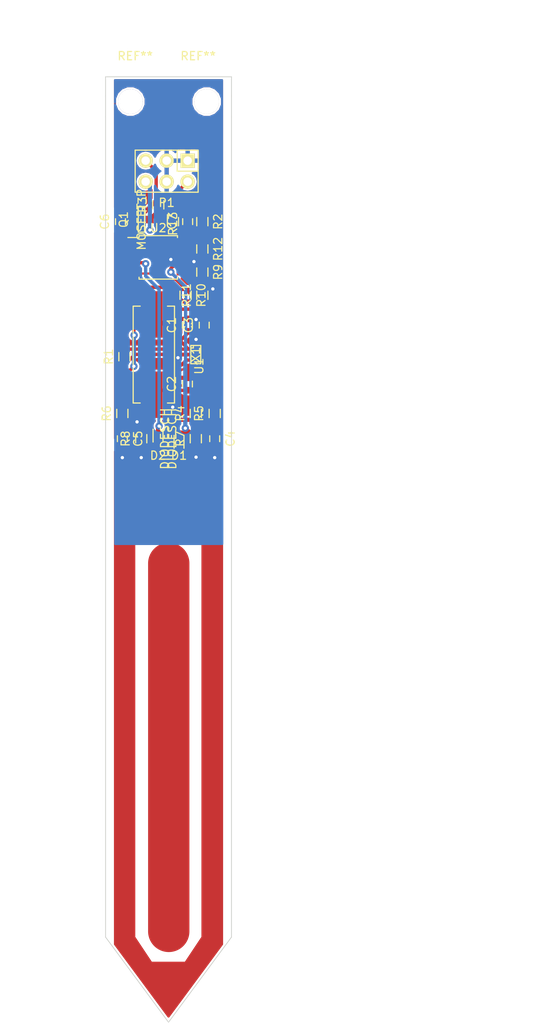
<source format=kicad_pcb>
(kicad_pcb (version 4) (host pcbnew "(2015-04-03 BZR 5571)-product")

  (general
    (links 57)
    (no_connects 0)
    (area 81.581207 19.303286 130.908 142.514642)
    (thickness 1.6)
    (drawings 15)
    (tracks 204)
    (zones 0)
    (modules 29)
    (nets 19)
  )

  (page A4)
  (layers
    (0 F.Cu signal)
    (31 B.Cu signal)
    (32 B.Adhes user)
    (33 F.Adhes user)
    (34 B.Paste user)
    (35 F.Paste user)
    (36 B.SilkS user)
    (37 F.SilkS user)
    (38 B.Mask user)
    (39 F.Mask user)
    (40 Dwgs.User user)
    (41 Cmts.User user)
    (42 Eco1.User user)
    (43 Eco2.User user)
    (44 Edge.Cuts user)
    (45 Margin user)
    (46 B.CrtYd user)
    (47 F.CrtYd user)
    (48 B.Fab user)
    (49 F.Fab user)
  )

  (setup
    (last_trace_width 0.254)
    (user_trace_width 0.4064)
    (user_trace_width 0.508)
    (user_trace_width 1.27)
    (user_trace_width 5)
    (trace_clearance 0.09)
    (zone_clearance 0.2286)
    (zone_45_only no)
    (trace_min 0.254)
    (segment_width 0.2)
    (edge_width 0.1)
    (via_size 0.889)
    (via_drill 0.4)
    (via_min_size 0.889)
    (via_min_drill 0.4)
    (uvia_size 0.508)
    (uvia_drill 0.127)
    (uvias_allowed no)
    (uvia_min_size 0.4572)
    (uvia_min_drill 0.127)
    (pcb_text_width 0.3)
    (pcb_text_size 1.5 1.5)
    (mod_edge_width 0.15)
    (mod_text_size 1 1)
    (mod_text_width 0.15)
    (pad_size 2.99974 2.99974)
    (pad_drill 2.99974)
    (pad_to_mask_clearance 0)
    (aux_axis_origin 0 0)
    (visible_elements FFFEFF7F)
    (pcbplotparams
      (layerselection 0x00030_80000001)
      (usegerberextensions false)
      (excludeedgelayer true)
      (linewidth 0.100000)
      (plotframeref false)
      (viasonmask false)
      (mode 1)
      (useauxorigin false)
      (hpglpennumber 1)
      (hpglpenspeed 20)
      (hpglpendiameter 15)
      (hpglpenoverlay 2)
      (psnegative false)
      (psa4output false)
      (plotreference true)
      (plotvalue true)
      (plotinvisibletext false)
      (padsonsilk false)
      (subtractmaskfromsilk false)
      (outputformat 1)
      (mirror false)
      (drillshape 1)
      (scaleselection 1)
      (outputdirectory ""))
  )

  (net 0 "")
  (net 1 "Net-(C1-Pad1)")
  (net 2 GND)
  (net 3 "Net-(C2-Pad1)")
  (net 4 VCC)
  (net 5 /SENSE_LOW)
  (net 6 /SENSE_HIGH)
  (net 7 /SENSOR_TRACK)
  (net 8 /~ENABLE)
  (net 9 VDD)
  (net 10 "Net-(R4-Pad2)")
  (net 11 "Net-(R12-Pad2)")
  (net 12 "Net-(R9-Pad2)")
  (net 13 "Net-(R10-Pad1)")
  (net 14 "Net-(R10-Pad2)")
  (net 15 /OUT)
  (net 16 "Net-(C7-Pad1)")
  (net 17 "Net-(R12-Pad1)")
  (net 18 "Net-(R13-Pad2)")

  (net_class Default "This is the default net class."
    (clearance 0.09)
    (trace_width 0.254)
    (via_dia 0.889)
    (via_drill 0.4)
    (uvia_dia 0.508)
    (uvia_drill 0.127)
    (add_net /OUT)
    (add_net /SENSE_HIGH)
    (add_net /SENSE_LOW)
    (add_net /SENSOR_TRACK)
    (add_net /~ENABLE)
    (add_net GND)
    (add_net "Net-(C1-Pad1)")
    (add_net "Net-(C2-Pad1)")
    (add_net "Net-(C7-Pad1)")
    (add_net "Net-(R10-Pad1)")
    (add_net "Net-(R10-Pad2)")
    (add_net "Net-(R12-Pad1)")
    (add_net "Net-(R12-Pad2)")
    (add_net "Net-(R13-Pad2)")
    (add_net "Net-(R4-Pad2)")
    (add_net "Net-(R9-Pad2)")
    (add_net VCC)
    (add_net VDD)
  )

  (module Housings_SSOP:TSSOP-14_4.4x5mm_Pitch0.65mm (layer F.Cu) (tedit 54130A77) (tstamp 5513FE28)
    (at 105.41 50.038)
    (descr "14-Lead Plastic Thin Shrink Small Outline (ST)-4.4 mm Body [TSSOP] (see Microchip Packaging Specification 00000049BS.pdf)")
    (tags "SSOP 0.65")
    (path /54D2AB47)
    (attr smd)
    (fp_text reference U2 (at 0 -3.55) (layer F.SilkS)
      (effects (font (size 1 1) (thickness 0.15)))
    )
    (fp_text value LM324 (at 0 3.55) (layer F.Fab)
      (effects (font (size 1 1) (thickness 0.15)))
    )
    (fp_line (start -3.95 -2.8) (end -3.95 2.8) (layer F.CrtYd) (width 0.05))
    (fp_line (start 3.95 -2.8) (end 3.95 2.8) (layer F.CrtYd) (width 0.05))
    (fp_line (start -3.95 -2.8) (end 3.95 -2.8) (layer F.CrtYd) (width 0.05))
    (fp_line (start -3.95 2.8) (end 3.95 2.8) (layer F.CrtYd) (width 0.05))
    (fp_line (start -2.325 -2.625) (end -2.325 -2.4) (layer F.SilkS) (width 0.15))
    (fp_line (start 2.325 -2.625) (end 2.325 -2.4) (layer F.SilkS) (width 0.15))
    (fp_line (start 2.325 2.625) (end 2.325 2.4) (layer F.SilkS) (width 0.15))
    (fp_line (start -2.325 2.625) (end -2.325 2.4) (layer F.SilkS) (width 0.15))
    (fp_line (start -2.325 -2.625) (end 2.325 -2.625) (layer F.SilkS) (width 0.15))
    (fp_line (start -2.325 2.625) (end 2.325 2.625) (layer F.SilkS) (width 0.15))
    (fp_line (start -2.325 -2.4) (end -3.675 -2.4) (layer F.SilkS) (width 0.15))
    (pad 1 smd rect (at -2.95 -1.95) (size 1.45 0.45) (layers F.Cu F.Paste F.Mask)
      (net 18 "Net-(R13-Pad2)"))
    (pad 2 smd rect (at -2.95 -1.3) (size 1.45 0.45) (layers F.Cu F.Paste F.Mask)
      (net 18 "Net-(R13-Pad2)"))
    (pad 3 smd rect (at -2.95 -0.65) (size 1.45 0.45) (layers F.Cu F.Paste F.Mask)
      (net 16 "Net-(C7-Pad1)"))
    (pad 4 smd rect (at -2.95 0) (size 1.45 0.45) (layers F.Cu F.Paste F.Mask)
      (net 4 VCC))
    (pad 5 smd rect (at -2.95 0.65) (size 1.45 0.45) (layers F.Cu F.Paste F.Mask)
      (net 6 /SENSE_HIGH))
    (pad 6 smd rect (at -2.95 1.3) (size 1.45 0.45) (layers F.Cu F.Paste F.Mask)
      (net 14 "Net-(R10-Pad2)"))
    (pad 7 smd rect (at -2.95 1.95) (size 1.45 0.45) (layers F.Cu F.Paste F.Mask)
      (net 14 "Net-(R10-Pad2)"))
    (pad 8 smd rect (at 2.95 1.95) (size 1.45 0.45) (layers F.Cu F.Paste F.Mask)
      (net 12 "Net-(R9-Pad2)"))
    (pad 9 smd rect (at 2.95 1.3) (size 1.45 0.45) (layers F.Cu F.Paste F.Mask)
      (net 12 "Net-(R9-Pad2)"))
    (pad 10 smd rect (at 2.95 0.65) (size 1.45 0.45) (layers F.Cu F.Paste F.Mask)
      (net 5 /SENSE_LOW))
    (pad 11 smd rect (at 2.95 0) (size 1.45 0.45) (layers F.Cu F.Paste F.Mask)
      (net 2 GND))
    (pad 12 smd rect (at 2.95 -0.65) (size 1.45 0.45) (layers F.Cu F.Paste F.Mask)
      (net 13 "Net-(R10-Pad1)"))
    (pad 13 smd rect (at 2.95 -1.3) (size 1.45 0.45) (layers F.Cu F.Paste F.Mask)
      (net 11 "Net-(R12-Pad2)"))
    (pad 14 smd rect (at 2.95 -1.95) (size 1.45 0.45) (layers F.Cu F.Paste F.Mask)
      (net 17 "Net-(R12-Pad1)"))
    (model Housings_SSOP.3dshapes/TSSOP-14_4.4x5mm_Pitch0.65mm.wrl
      (at (xyz 0 0 0))
      (scale (xyz 1 1 1))
      (rotate (xyz 0 0 0))
    )
  )

  (module Mounting_Holes:MountingHole_3mm (layer F.Cu) (tedit 55144018) (tstamp 55142C45)
    (at 102.616 29.718)
    (descr "Mounting hole, Befestigungsbohrung, 3mm, No Annular, Kein Restring,")
    (tags "Mounting hole, Befestigungsbohrung, 3mm, No Annular, Kein Restring,")
    (fp_text reference REF** (at 0 -4.0005) (layer F.SilkS)
      (effects (font (size 1 1) (thickness 0.15)))
    )
    (fp_text value MountingHole_3mm (at 1.00076 5.00126) (layer F.Fab)
      (effects (font (size 1 1) (thickness 0.15)))
    )
    (pad 1 thru_hole circle (at -0.584 1.5) (size 2.99974 2.99974) (drill 2.99974) (layers F.Cu))
  )

  (module Mounting_Holes:MountingHole_3mm (layer F.Cu) (tedit 55144005) (tstamp 55142C3E)
    (at 110.236 29.718)
    (descr "Mounting hole, Befestigungsbohrung, 3mm, No Annular, Kein Restring,")
    (tags "Mounting hole, Befestigungsbohrung, 3mm, No Annular, Kein Restring,")
    (fp_text reference REF** (at 0 -4.0005) (layer F.SilkS)
      (effects (font (size 1 1) (thickness 0.15)))
    )
    (fp_text value MountingHole_3mm (at 1.00076 5.00126) (layer F.Fab)
      (effects (font (size 1 1) (thickness 0.15)))
    )
    (pad 1 thru_hole circle (at 1.036 1.5) (size 2.99974 2.99974) (drill 2.99974) (layers F.Cu F.SilkS))
  )

  (module Resistors_SMD:R_0603 (layer F.Cu) (tedit 5415CC62) (tstamp 54E304E2)
    (at 105.41 43.688 90)
    (descr "Resistor SMD 0603, reflow soldering, Vishay (see dcrcw.pdf)")
    (tags "resistor 0603")
    (path /54D22EA4)
    (attr smd)
    (fp_text reference R3 (at 0 -1.9 90) (layer F.SilkS)
      (effects (font (size 1 1) (thickness 0.15)))
    )
    (fp_text value 1M (at 0 1.9 90) (layer F.Fab)
      (effects (font (size 1 1) (thickness 0.15)))
    )
    (fp_line (start -1.3 -0.8) (end 1.3 -0.8) (layer F.CrtYd) (width 0.05))
    (fp_line (start -1.3 0.8) (end 1.3 0.8) (layer F.CrtYd) (width 0.05))
    (fp_line (start -1.3 -0.8) (end -1.3 0.8) (layer F.CrtYd) (width 0.05))
    (fp_line (start 1.3 -0.8) (end 1.3 0.8) (layer F.CrtYd) (width 0.05))
    (fp_line (start 0.5 0.675) (end -0.5 0.675) (layer F.SilkS) (width 0.15))
    (fp_line (start -0.5 -0.675) (end 0.5 -0.675) (layer F.SilkS) (width 0.15))
    (pad 1 smd rect (at -0.75 0 90) (size 0.5 0.9) (layers F.Cu F.Paste F.Mask)
      (net 9 VDD))
    (pad 2 smd rect (at 0.75 0 90) (size 0.5 0.9) (layers F.Cu F.Paste F.Mask)
      (net 8 /~ENABLE))
    (model Resistors_SMD.3dshapes/R_0603.wrl
      (at (xyz 0 0 0))
      (scale (xyz 1 1 1))
      (rotate (xyz 0 0 0))
    )
  )

  (module Capacitors_SMD:C_0603 (layer F.Cu) (tedit 5415D631) (tstamp 5513FF58)
    (at 108.966 45.72 90)
    (descr "Capacitor SMD 0603, reflow soldering, AVX (see smccp.pdf)")
    (tags "capacitor 0603")
    (path /551427DB)
    (attr smd)
    (fp_text reference C7 (at 0 -1.9 90) (layer F.SilkS)
      (effects (font (size 1 1) (thickness 0.15)))
    )
    (fp_text value 1u (at 0 1.9 90) (layer F.Fab)
      (effects (font (size 1 1) (thickness 0.15)))
    )
    (fp_line (start -1.45 -0.75) (end 1.45 -0.75) (layer F.CrtYd) (width 0.05))
    (fp_line (start -1.45 0.75) (end 1.45 0.75) (layer F.CrtYd) (width 0.05))
    (fp_line (start -1.45 -0.75) (end -1.45 0.75) (layer F.CrtYd) (width 0.05))
    (fp_line (start 1.45 -0.75) (end 1.45 0.75) (layer F.CrtYd) (width 0.05))
    (fp_line (start -0.35 -0.6) (end 0.35 -0.6) (layer F.SilkS) (width 0.15))
    (fp_line (start 0.35 0.6) (end -0.35 0.6) (layer F.SilkS) (width 0.15))
    (pad 1 smd rect (at -0.75 0 90) (size 0.8 0.75) (layers F.Cu F.Paste F.Mask)
      (net 16 "Net-(C7-Pad1)"))
    (pad 2 smd rect (at 0.75 0 90) (size 0.8 0.75) (layers F.Cu F.Paste F.Mask)
      (net 2 GND))
    (model Capacitors_SMD.3dshapes/C_0603.wrl
      (at (xyz 0 0 0))
      (scale (xyz 1 1 1))
      (rotate (xyz 0 0 0))
    )
  )

  (module Capacitors_SMD:C_0603 (layer F.Cu) (tedit 5415D631) (tstamp 54E304D5)
    (at 100.838 45.72 90)
    (descr "Capacitor SMD 0603, reflow soldering, AVX (see smccp.pdf)")
    (tags "capacitor 0603")
    (path /54D2428C)
    (attr smd)
    (fp_text reference C6 (at 0 -1.9 90) (layer F.SilkS)
      (effects (font (size 1 1) (thickness 0.15)))
    )
    (fp_text value 1u (at 0 1.9 90) (layer F.Fab)
      (effects (font (size 1 1) (thickness 0.15)))
    )
    (fp_line (start -1.45 -0.75) (end 1.45 -0.75) (layer F.CrtYd) (width 0.05))
    (fp_line (start -1.45 0.75) (end 1.45 0.75) (layer F.CrtYd) (width 0.05))
    (fp_line (start -1.45 -0.75) (end -1.45 0.75) (layer F.CrtYd) (width 0.05))
    (fp_line (start 1.45 -0.75) (end 1.45 0.75) (layer F.CrtYd) (width 0.05))
    (fp_line (start -0.35 -0.6) (end 0.35 -0.6) (layer F.SilkS) (width 0.15))
    (fp_line (start 0.35 0.6) (end -0.35 0.6) (layer F.SilkS) (width 0.15))
    (pad 1 smd rect (at -0.75 0 90) (size 0.8 0.75) (layers F.Cu F.Paste F.Mask)
      (net 4 VCC))
    (pad 2 smd rect (at 0.75 0 90) (size 0.8 0.75) (layers F.Cu F.Paste F.Mask)
      (net 2 GND))
    (model Capacitors_SMD.3dshapes/C_0603.wrl
      (at (xyz 0 0 0))
      (scale (xyz 1 1 1))
      (rotate (xyz 0 0 0))
    )
  )

  (module SMD_Packages:SOT-23-GDS placed (layer F.Cu) (tedit 54D226C6) (tstamp 54E304EE)
    (at 103.378 45.466 90)
    (descr "Module CMS SOT23 Transistore EBC")
    (tags "CMS SOT")
    (path /54D22CB3)
    (attr smd)
    (fp_text reference Q1 (at 0 -2.159 90) (layer F.SilkS)
      (effects (font (size 1 1) (thickness 0.15)))
    )
    (fp_text value MOSFET_P (at 0 0 90) (layer F.SilkS)
      (effects (font (size 1 1) (thickness 0.15)))
    )
    (fp_line (start -1.524 -0.381) (end 1.524 -0.381) (layer F.SilkS) (width 0.15))
    (fp_line (start 1.524 -0.381) (end 1.524 0.381) (layer F.SilkS) (width 0.15))
    (fp_line (start 1.524 0.381) (end -1.524 0.381) (layer F.SilkS) (width 0.15))
    (fp_line (start -1.524 0.381) (end -1.524 -0.381) (layer F.SilkS) (width 0.15))
    (pad S smd rect (at -0.889 -1.016 90) (size 0.9144 0.9144) (layers F.Cu F.Paste F.Mask)
      (net 4 VCC))
    (pad G smd rect (at 0.889 -1.016 90) (size 0.9144 0.9144) (layers F.Cu F.Paste F.Mask)
      (net 8 /~ENABLE))
    (pad D smd rect (at 0 1.016 90) (size 0.9144 0.9144) (layers F.Cu F.Paste F.Mask)
      (net 9 VDD))
    (model SMD_Packages/SOT-23-GDS.wrl
      (at (xyz 0 0 0))
      (scale (xyz 0.13 0.15 0.15))
      (rotate (xyz 0 0 0))
    )
  )

  (module Resistors_SMD:R_0603 (layer F.Cu) (tedit 5415CC62) (tstamp 54E304C8)
    (at 110.744 49.022 270)
    (descr "Resistor SMD 0603, reflow soldering, Vishay (see dcrcw.pdf)")
    (tags "resistor 0603")
    (path /54D2B42B)
    (attr smd)
    (fp_text reference R12 (at 0 -1.9 270) (layer F.SilkS)
      (effects (font (size 1 1) (thickness 0.15)))
    )
    (fp_text value "10k 0.1%" (at 0 1.9 270) (layer F.Fab)
      (effects (font (size 1 1) (thickness 0.15)))
    )
    (fp_line (start -1.3 -0.8) (end 1.3 -0.8) (layer F.CrtYd) (width 0.05))
    (fp_line (start -1.3 0.8) (end 1.3 0.8) (layer F.CrtYd) (width 0.05))
    (fp_line (start -1.3 -0.8) (end -1.3 0.8) (layer F.CrtYd) (width 0.05))
    (fp_line (start 1.3 -0.8) (end 1.3 0.8) (layer F.CrtYd) (width 0.05))
    (fp_line (start 0.5 0.675) (end -0.5 0.675) (layer F.SilkS) (width 0.15))
    (fp_line (start -0.5 -0.675) (end 0.5 -0.675) (layer F.SilkS) (width 0.15))
    (pad 1 smd rect (at -0.75 0 270) (size 0.5 0.9) (layers F.Cu F.Paste F.Mask)
      (net 17 "Net-(R12-Pad1)"))
    (pad 2 smd rect (at 0.75 0 270) (size 0.5 0.9) (layers F.Cu F.Paste F.Mask)
      (net 11 "Net-(R12-Pad2)"))
    (model Resistors_SMD.3dshapes/R_0603.wrl
      (at (xyz 0 0 0))
      (scale (xyz 1 1 1))
      (rotate (xyz 0 0 0))
    )
  )

  (module Resistors_SMD:R_0603 (layer F.Cu) (tedit 5415CC62) (tstamp 54E3051B)
    (at 110.744 45.72 270)
    (descr "Resistor SMD 0603, reflow soldering, Vishay (see dcrcw.pdf)")
    (tags "resistor 0603")
    (path /5514275D)
    (attr smd)
    (fp_text reference R2 (at 0 -1.9 270) (layer F.SilkS)
      (effects (font (size 1 1) (thickness 0.15)))
    )
    (fp_text value 10k (at 0 1.9 270) (layer F.Fab)
      (effects (font (size 1 1) (thickness 0.15)))
    )
    (fp_line (start -1.3 -0.8) (end 1.3 -0.8) (layer F.CrtYd) (width 0.05))
    (fp_line (start -1.3 0.8) (end 1.3 0.8) (layer F.CrtYd) (width 0.05))
    (fp_line (start -1.3 -0.8) (end -1.3 0.8) (layer F.CrtYd) (width 0.05))
    (fp_line (start 1.3 -0.8) (end 1.3 0.8) (layer F.CrtYd) (width 0.05))
    (fp_line (start 0.5 0.675) (end -0.5 0.675) (layer F.SilkS) (width 0.15))
    (fp_line (start -0.5 -0.675) (end 0.5 -0.675) (layer F.SilkS) (width 0.15))
    (pad 1 smd rect (at -0.75 0 270) (size 0.5 0.9) (layers F.Cu F.Paste F.Mask)
      (net 16 "Net-(C7-Pad1)"))
    (pad 2 smd rect (at 0.75 0 270) (size 0.5 0.9) (layers F.Cu F.Paste F.Mask)
      (net 17 "Net-(R12-Pad1)"))
    (model Resistors_SMD.3dshapes/R_0603.wrl
      (at (xyz 0 0 0))
      (scale (xyz 1 1 1))
      (rotate (xyz 0 0 0))
    )
  )

  (module Resistors_SMD:R_0603 (layer F.Cu) (tedit 5513FF76) (tstamp 5513FF64)
    (at 107.188 45.72 270)
    (descr "Resistor SMD 0603, reflow soldering, Vishay (see dcrcw.pdf)")
    (tags "resistor 0603")
    (path /551426A3)
    (attr smd)
    (fp_text reference R13 (at 0.254 0 270) (layer F.SilkS)
      (effects (font (size 1 1) (thickness 0.15)))
    )
    (fp_text value 330 (at 0 1.9 270) (layer F.Fab)
      (effects (font (size 1 1) (thickness 0.15)))
    )
    (fp_line (start -1.3 -0.8) (end 1.3 -0.8) (layer F.CrtYd) (width 0.05))
    (fp_line (start -1.3 0.8) (end 1.3 0.8) (layer F.CrtYd) (width 0.05))
    (fp_line (start -1.3 -0.8) (end -1.3 0.8) (layer F.CrtYd) (width 0.05))
    (fp_line (start 1.3 -0.8) (end 1.3 0.8) (layer F.CrtYd) (width 0.05))
    (fp_line (start 0.5 0.675) (end -0.5 0.675) (layer F.SilkS) (width 0.15))
    (fp_line (start -0.5 -0.675) (end 0.5 -0.675) (layer F.SilkS) (width 0.15))
    (pad 1 smd rect (at -0.75 0 270) (size 0.5 0.9) (layers F.Cu F.Paste F.Mask)
      (net 15 /OUT))
    (pad 2 smd rect (at 0.75 0 270) (size 0.5 0.9) (layers F.Cu F.Paste F.Mask)
      (net 18 "Net-(R13-Pad2)"))
    (model Resistors_SMD.3dshapes/R_0603.wrl
      (at (xyz 0 0 0))
      (scale (xyz 1 1 1))
      (rotate (xyz 0 0 0))
    )
  )

  (module Resistors_SMD:R_0603 (layer F.Cu) (tedit 5415CC62) (tstamp 54E3050E)
    (at 110.744 51.816 270)
    (descr "Resistor SMD 0603, reflow soldering, Vishay (see dcrcw.pdf)")
    (tags "resistor 0603")
    (path /54D2B12F)
    (attr smd)
    (fp_text reference R9 (at 0 -1.9 270) (layer F.SilkS)
      (effects (font (size 1 1) (thickness 0.15)))
    )
    (fp_text value "10k 0.1%" (at 0 1.9 270) (layer F.Fab)
      (effects (font (size 1 1) (thickness 0.15)))
    )
    (fp_line (start -1.3 -0.8) (end 1.3 -0.8) (layer F.CrtYd) (width 0.05))
    (fp_line (start -1.3 0.8) (end 1.3 0.8) (layer F.CrtYd) (width 0.05))
    (fp_line (start -1.3 -0.8) (end -1.3 0.8) (layer F.CrtYd) (width 0.05))
    (fp_line (start 1.3 -0.8) (end 1.3 0.8) (layer F.CrtYd) (width 0.05))
    (fp_line (start 0.5 0.675) (end -0.5 0.675) (layer F.SilkS) (width 0.15))
    (fp_line (start -0.5 -0.675) (end 0.5 -0.675) (layer F.SilkS) (width 0.15))
    (pad 1 smd rect (at -0.75 0 270) (size 0.5 0.9) (layers F.Cu F.Paste F.Mask)
      (net 11 "Net-(R12-Pad2)"))
    (pad 2 smd rect (at 0.75 0 270) (size 0.5 0.9) (layers F.Cu F.Paste F.Mask)
      (net 12 "Net-(R9-Pad2)"))
    (model Resistors_SMD.3dshapes/R_0603.wrl
      (at (xyz 0 0 0))
      (scale (xyz 1 1 1))
      (rotate (xyz 0 0 0))
    )
  )

  (module Transistors_SMD:sc70-6 placed (layer F.Cu) (tedit 54D226C6) (tstamp 54E30556)
    (at 109.954 61.777286 270)
    (descr SC70-6)
    (path /54D21739)
    (attr smd)
    (fp_text reference U1 (at 1.4 -0.4 270) (layer F.SilkS)
      (effects (font (size 1 1) (thickness 0.15)))
    )
    (fp_text value NC7WZU04P6 (at 2.2 0.2 270) (layer F.SilkS) hide
      (effects (font (size 1 1) (thickness 0.15)))
    )
    (fp_line (start -1.1 0.3) (end -0.8 0.3) (layer F.SilkS) (width 0.15))
    (fp_line (start -0.8 0.3) (end -0.8 0.6) (layer F.SilkS) (width 0.15))
    (fp_line (start 1.1 0.6) (end 1.1 -0.6) (layer F.SilkS) (width 0.15))
    (fp_line (start -1.1 -0.6) (end -1.1 0.6) (layer F.SilkS) (width 0.15))
    (fp_line (start -1.1 0.6) (end 1.1 0.6) (layer F.SilkS) (width 0.15))
    (fp_line (start 1.1 -0.6) (end -1.1 -0.6) (layer F.SilkS) (width 0.15))
    (pad 1 smd rect (at -0.6604 1.016 270) (size 0.4064 0.6604) (layers F.Cu F.Paste F.Mask)
      (net 1 "Net-(C1-Pad1)"))
    (pad 3 smd rect (at 0.6604 1.016 270) (size 0.4064 0.6604) (layers F.Cu F.Paste F.Mask)
      (net 3 "Net-(C2-Pad1)"))
    (pad 2 smd rect (at 0 1.016 270) (size 0.4064 0.6604) (layers F.Cu F.Paste F.Mask)
      (net 2 GND))
    (pad 4 smd rect (at 0.6604 -1.016 270) (size 0.4064 0.6604) (layers F.Cu F.Paste F.Mask)
      (net 10 "Net-(R4-Pad2)"))
    (pad 6 smd rect (at -0.6604 -1.016 270) (size 0.4064 0.6604) (layers F.Cu F.Paste F.Mask)
      (net 3 "Net-(C2-Pad1)"))
    (pad 5 smd rect (at 0 -1.016 270) (size 0.4064 0.6604) (layers F.Cu F.Paste F.Mask)
      (net 4 VCC))
    (model Transistors_SMD/sc70-6.wrl
      (at (xyz 0 0 0))
      (scale (xyz 1 1 1))
      (rotate (xyz 0 0 0))
    )
  )

  (module Crystals:Crystal_HC49-SD_SMD placed (layer F.Cu) (tedit 54D226C6) (tstamp 54E30538)
    (at 104.874 61.777286 270)
    (descr "Crystal, Quarz, HC49-SD, SMD,")
    (tags "Crystal, Quarz, HC49-SD, SMD,")
    (path /54D213EA)
    (attr smd)
    (fp_text reference X1 (at 0 -5.08 270) (layer F.SilkS)
      (effects (font (size 1 1) (thickness 0.15)))
    )
    (fp_text value 16MHz (at 2.54 5.08 270) (layer F.SilkS) hide
      (effects (font (size 1 1) (thickness 0.15)))
    )
    (fp_circle (center 0 0) (end 0.8509 0) (layer F.Adhes) (width 0.381))
    (fp_circle (center 0 0) (end 0.50038 0) (layer F.Adhes) (width 0.381))
    (fp_circle (center 0 0) (end 0.14986 0.0508) (layer F.Adhes) (width 0.381))
    (fp_line (start -5.84962 2.49936) (end 5.84962 2.49936) (layer F.SilkS) (width 0.15))
    (fp_line (start 5.84962 -2.49936) (end -5.84962 -2.49936) (layer F.SilkS) (width 0.15))
    (fp_line (start 5.84962 2.49936) (end 5.84962 1.651) (layer F.SilkS) (width 0.15))
    (fp_line (start 5.84962 -2.49936) (end 5.84962 -1.651) (layer F.SilkS) (width 0.15))
    (fp_line (start -5.84962 2.49936) (end -5.84962 1.651) (layer F.SilkS) (width 0.15))
    (fp_line (start -5.84962 -2.49936) (end -5.84962 -1.651) (layer F.SilkS) (width 0.15))
    (pad 1 smd rect (at -4.84886 0 270) (size 5.6007 2.10058) (layers F.Cu F.Paste F.Mask)
      (net 1 "Net-(C1-Pad1)"))
    (pad 2 smd rect (at 4.84886 0 270) (size 5.6007 2.10058) (layers F.Cu F.Paste F.Mask)
      (net 3 "Net-(C2-Pad1)"))
    (model ../../usr/local/share/kicad/modules/packages3d/Crystals_Oscillators_SMD/Q_49U3HMS.wrl
      (at (xyz 0 0 0))
      (scale (xyz 1 1 1))
      (rotate (xyz 0 0 0))
    )
  )

  (module Pin_Headers:Pin_Header_Straight_2x03 placed (layer F.Cu) (tedit 54D226C6) (tstamp 54E30501)
    (at 106.426 39.624 180)
    (descr "Through hole pin header")
    (tags "pin header")
    (path /54D22B40)
    (fp_text reference P1 (at 0 -3.81 180) (layer F.SilkS)
      (effects (font (size 1 1) (thickness 0.15)))
    )
    (fp_text value CONN_01X06 (at 0 0 180) (layer F.SilkS) hide
      (effects (font (size 1 1) (thickness 0.15)))
    )
    (fp_line (start -3.81 0) (end -1.27 0) (layer F.SilkS) (width 0.15))
    (fp_line (start -1.27 0) (end -1.27 2.54) (layer F.SilkS) (width 0.15))
    (fp_line (start -3.81 2.54) (end 3.81 2.54) (layer F.SilkS) (width 0.15))
    (fp_line (start 3.81 2.54) (end 3.81 -2.54) (layer F.SilkS) (width 0.15))
    (fp_line (start 3.81 -2.54) (end -1.27 -2.54) (layer F.SilkS) (width 0.15))
    (fp_line (start -3.81 2.54) (end -3.81 0) (layer F.SilkS) (width 0.15))
    (fp_line (start -3.81 -2.54) (end -3.81 0) (layer F.SilkS) (width 0.15))
    (fp_line (start -1.27 -2.54) (end -3.81 -2.54) (layer F.SilkS) (width 0.15))
    (pad 1 thru_hole rect (at -2.54 1.27 180) (size 1.7272 1.7272) (drill 1.016) (layers *.Cu *.Mask F.SilkS)
      (net 2 GND))
    (pad 2 thru_hole oval (at -2.54 -1.27 180) (size 1.7272 1.7272) (drill 1.016) (layers *.Cu *.Mask F.SilkS)
      (net 15 /OUT))
    (pad 3 thru_hole oval (at 0 1.27 180) (size 1.7272 1.7272) (drill 1.016) (layers *.Cu *.Mask F.SilkS)
      (net 2 GND))
    (pad 4 thru_hole oval (at 0 -1.27 180) (size 1.7272 1.7272) (drill 1.016) (layers *.Cu *.Mask F.SilkS)
      (net 2 GND))
    (pad 5 thru_hole oval (at 2.54 1.27 180) (size 1.7272 1.7272) (drill 1.016) (layers *.Cu *.Mask F.SilkS)
      (net 8 /~ENABLE))
    (pad 6 thru_hole oval (at 2.54 -1.27 180) (size 1.7272 1.7272) (drill 1.016) (layers *.Cu *.Mask F.SilkS)
      (net 9 VDD))
    (model Pin_Headers/Pin_Header_Straight_2x03.wrl
      (at (xyz 0 0 0))
      (scale (xyz 1 1 1))
      (rotate (xyz 0 0 0))
    )
  )

  (module SMD_Packages:SOD-523 (layer F.Cu) (tedit 54D255C3) (tstamp 54E3043D)
    (at 107.922 71.937286 270)
    (descr "http://www.diodes.com/datasheets/ap02001.pdf p.144")
    (tags "Diode SOD523")
    (path /54D21FCD)
    (fp_text reference D1 (at 2.032 0 360) (layer F.SilkS)
      (effects (font (size 1 1) (thickness 0.15)))
    )
    (fp_text value DIODESCH (at 0 1.7 270) (layer F.SilkS)
      (effects (font (size 1 1) (thickness 0.15)))
    )
    (fp_line (start -0.4 0.6) (end 1.15 0.6) (layer F.SilkS) (width 0.15))
    (fp_line (start -0.4 -0.6) (end 1.15 -0.6) (layer F.SilkS) (width 0.15))
    (pad 1 smd rect (at -0.7 0 270) (size 0.6 0.7) (layers F.Cu F.Paste F.Mask)
      (net 5 /SENSE_LOW))
    (pad 2 smd rect (at 0.7 0 270) (size 0.6 0.7) (layers F.Cu F.Paste F.Mask)
      (net 7 /SENSOR_TRACK))
  )

  (module SMD_Packages:SOD-523 (layer F.Cu) (tedit 54D255C3) (tstamp 54E3047A)
    (at 105.382 71.937286 90)
    (descr "http://www.diodes.com/datasheets/ap02001.pdf p.144")
    (tags "Diode SOD523")
    (path /54D22068)
    (fp_text reference D2 (at -2.032 0 180) (layer F.SilkS)
      (effects (font (size 1 1) (thickness 0.15)))
    )
    (fp_text value DIODESCH (at 0 1.7 90) (layer F.SilkS)
      (effects (font (size 1 1) (thickness 0.15)))
    )
    (fp_line (start -0.4 0.6) (end 1.15 0.6) (layer F.SilkS) (width 0.15))
    (fp_line (start -0.4 -0.6) (end 1.15 -0.6) (layer F.SilkS) (width 0.15))
    (pad 1 smd rect (at -0.7 0 90) (size 0.6 0.7) (layers F.Cu F.Paste F.Mask)
      (net 7 /SENSOR_TRACK))
    (pad 2 smd rect (at 0.7 0 90) (size 0.6 0.7) (layers F.Cu F.Paste F.Mask)
      (net 6 /SENSE_HIGH))
  )

  (module Capacitors_SMD:C_0603 (layer F.Cu) (tedit 5415D631) (tstamp 54E304A1)
    (at 101.064 71.937286 270)
    (descr "Capacitor SMD 0603, reflow soldering, AVX (see smccp.pdf)")
    (tags "capacitor 0603")
    (path /54D22484)
    (attr smd)
    (fp_text reference C5 (at 0 -1.9 270) (layer F.SilkS)
      (effects (font (size 1 1) (thickness 0.15)))
    )
    (fp_text value 1n (at 0 1.9 270) (layer F.Fab)
      (effects (font (size 1 1) (thickness 0.15)))
    )
    (fp_line (start -1.45 -0.75) (end 1.45 -0.75) (layer F.CrtYd) (width 0.05))
    (fp_line (start -1.45 0.75) (end 1.45 0.75) (layer F.CrtYd) (width 0.05))
    (fp_line (start -1.45 -0.75) (end -1.45 0.75) (layer F.CrtYd) (width 0.05))
    (fp_line (start 1.45 -0.75) (end 1.45 0.75) (layer F.CrtYd) (width 0.05))
    (fp_line (start -0.35 -0.6) (end 0.35 -0.6) (layer F.SilkS) (width 0.15))
    (fp_line (start 0.35 0.6) (end -0.35 0.6) (layer F.SilkS) (width 0.15))
    (pad 1 smd rect (at -0.75 0 270) (size 0.8 0.75) (layers F.Cu F.Paste F.Mask)
      (net 6 /SENSE_HIGH))
    (pad 2 smd rect (at 0.75 0 270) (size 0.8 0.75) (layers F.Cu F.Paste F.Mask)
      (net 2 GND))
    (model Capacitors_SMD.3dshapes/C_0603.wrl
      (at (xyz 0 0 0))
      (scale (xyz 1 1 1))
      (rotate (xyz 0 0 0))
    )
  )

  (module Capacitors_SMD:C_0603 (layer F.Cu) (tedit 5415D631) (tstamp 54E3044A)
    (at 112.24 71.937286 270)
    (descr "Capacitor SMD 0603, reflow soldering, AVX (see smccp.pdf)")
    (tags "capacitor 0603")
    (path /54D2222A)
    (attr smd)
    (fp_text reference C4 (at 0 -1.9 270) (layer F.SilkS)
      (effects (font (size 1 1) (thickness 0.15)))
    )
    (fp_text value 1n (at 0 1.9 270) (layer F.Fab)
      (effects (font (size 1 1) (thickness 0.15)))
    )
    (fp_line (start -1.45 -0.75) (end 1.45 -0.75) (layer F.CrtYd) (width 0.05))
    (fp_line (start -1.45 0.75) (end 1.45 0.75) (layer F.CrtYd) (width 0.05))
    (fp_line (start -1.45 -0.75) (end -1.45 0.75) (layer F.CrtYd) (width 0.05))
    (fp_line (start 1.45 -0.75) (end 1.45 0.75) (layer F.CrtYd) (width 0.05))
    (fp_line (start -0.35 -0.6) (end 0.35 -0.6) (layer F.SilkS) (width 0.15))
    (fp_line (start 0.35 0.6) (end -0.35 0.6) (layer F.SilkS) (width 0.15))
    (pad 1 smd rect (at -0.75 0 270) (size 0.8 0.75) (layers F.Cu F.Paste F.Mask)
      (net 5 /SENSE_LOW))
    (pad 2 smd rect (at 0.75 0 270) (size 0.8 0.75) (layers F.Cu F.Paste F.Mask)
      (net 2 GND))
    (model Capacitors_SMD.3dshapes/C_0603.wrl
      (at (xyz 0 0 0))
      (scale (xyz 1 1 1))
      (rotate (xyz 0 0 0))
    )
  )

  (module Capacitors_SMD:C_0603 (layer F.Cu) (tedit 5415D631) (tstamp 54E30528)
    (at 108.938 65.333286 90)
    (descr "Capacitor SMD 0603, reflow soldering, AVX (see smccp.pdf)")
    (tags "capacitor 0603")
    (path /54D218DE)
    (attr smd)
    (fp_text reference C2 (at 0 -1.9 90) (layer F.SilkS)
      (effects (font (size 1 1) (thickness 0.15)))
    )
    (fp_text value 18p (at 0 1.9 90) (layer F.Fab)
      (effects (font (size 1 1) (thickness 0.15)))
    )
    (fp_line (start -1.45 -0.75) (end 1.45 -0.75) (layer F.CrtYd) (width 0.05))
    (fp_line (start -1.45 0.75) (end 1.45 0.75) (layer F.CrtYd) (width 0.05))
    (fp_line (start -1.45 -0.75) (end -1.45 0.75) (layer F.CrtYd) (width 0.05))
    (fp_line (start 1.45 -0.75) (end 1.45 0.75) (layer F.CrtYd) (width 0.05))
    (fp_line (start -0.35 -0.6) (end 0.35 -0.6) (layer F.SilkS) (width 0.15))
    (fp_line (start 0.35 0.6) (end -0.35 0.6) (layer F.SilkS) (width 0.15))
    (pad 1 smd rect (at -0.75 0 90) (size 0.8 0.75) (layers F.Cu F.Paste F.Mask)
      (net 3 "Net-(C2-Pad1)"))
    (pad 2 smd rect (at 0.75 0 90) (size 0.8 0.75) (layers F.Cu F.Paste F.Mask)
      (net 2 GND))
    (model Capacitors_SMD.3dshapes/C_0603.wrl
      (at (xyz 0 0 0))
      (scale (xyz 1 1 1))
      (rotate (xyz 0 0 0))
    )
  )

  (module Capacitors_SMD:C_0603 (layer F.Cu) (tedit 5415D631) (tstamp 54E30427)
    (at 110.97 58.221286 90)
    (descr "Capacitor SMD 0603, reflow soldering, AVX (see smccp.pdf)")
    (tags "capacitor 0603")
    (path /54D21E5C)
    (attr smd)
    (fp_text reference C3 (at 0 -1.9 90) (layer F.SilkS)
      (effects (font (size 1 1) (thickness 0.15)))
    )
    (fp_text value 1u (at 0 1.9 90) (layer F.Fab)
      (effects (font (size 1 1) (thickness 0.15)))
    )
    (fp_line (start -1.45 -0.75) (end 1.45 -0.75) (layer F.CrtYd) (width 0.05))
    (fp_line (start -1.45 0.75) (end 1.45 0.75) (layer F.CrtYd) (width 0.05))
    (fp_line (start -1.45 -0.75) (end -1.45 0.75) (layer F.CrtYd) (width 0.05))
    (fp_line (start 1.45 -0.75) (end 1.45 0.75) (layer F.CrtYd) (width 0.05))
    (fp_line (start -0.35 -0.6) (end 0.35 -0.6) (layer F.SilkS) (width 0.15))
    (fp_line (start 0.35 0.6) (end -0.35 0.6) (layer F.SilkS) (width 0.15))
    (pad 1 smd rect (at -0.75 0 90) (size 0.8 0.75) (layers F.Cu F.Paste F.Mask)
      (net 4 VCC))
    (pad 2 smd rect (at 0.75 0 90) (size 0.8 0.75) (layers F.Cu F.Paste F.Mask)
      (net 2 GND))
    (model Capacitors_SMD.3dshapes/C_0603.wrl
      (at (xyz 0 0 0))
      (scale (xyz 1 1 1))
      (rotate (xyz 0 0 0))
    )
  )

  (module Capacitors_SMD:C_0603 (layer F.Cu) (tedit 5415D631) (tstamp 54E30434)
    (at 108.938 58.221286 90)
    (descr "Capacitor SMD 0603, reflow soldering, AVX (see smccp.pdf)")
    (tags "capacitor 0603")
    (path /54D21881)
    (attr smd)
    (fp_text reference C1 (at 0 -1.9 90) (layer F.SilkS)
      (effects (font (size 1 1) (thickness 0.15)))
    )
    (fp_text value 18p (at 0 1.9 90) (layer F.Fab)
      (effects (font (size 1 1) (thickness 0.15)))
    )
    (fp_line (start -1.45 -0.75) (end 1.45 -0.75) (layer F.CrtYd) (width 0.05))
    (fp_line (start -1.45 0.75) (end 1.45 0.75) (layer F.CrtYd) (width 0.05))
    (fp_line (start -1.45 -0.75) (end -1.45 0.75) (layer F.CrtYd) (width 0.05))
    (fp_line (start 1.45 -0.75) (end 1.45 0.75) (layer F.CrtYd) (width 0.05))
    (fp_line (start -0.35 -0.6) (end 0.35 -0.6) (layer F.SilkS) (width 0.15))
    (fp_line (start 0.35 0.6) (end -0.35 0.6) (layer F.SilkS) (width 0.15))
    (pad 1 smd rect (at -0.75 0 90) (size 0.8 0.75) (layers F.Cu F.Paste F.Mask)
      (net 1 "Net-(C1-Pad1)"))
    (pad 2 smd rect (at 0.75 0 90) (size 0.8 0.75) (layers F.Cu F.Paste F.Mask)
      (net 2 GND))
    (model Capacitors_SMD.3dshapes/C_0603.wrl
      (at (xyz 0 0 0))
      (scale (xyz 1 1 1))
      (rotate (xyz 0 0 0))
    )
  )

  (module Resistors_SMD:R_0603 (layer F.Cu) (tedit 5415CC62) (tstamp 54E3040D)
    (at 110.744 54.61 90)
    (descr "Resistor SMD 0603, reflow soldering, Vishay (see dcrcw.pdf)")
    (tags "resistor 0603")
    (path /54D2B17D)
    (attr smd)
    (fp_text reference R11 (at 0 -1.9 90) (layer F.SilkS)
      (effects (font (size 1 1) (thickness 0.15)))
    )
    (fp_text value "10k 0.1%" (at 0 1.9 90) (layer F.Fab)
      (effects (font (size 1 1) (thickness 0.15)))
    )
    (fp_line (start -1.3 -0.8) (end 1.3 -0.8) (layer F.CrtYd) (width 0.05))
    (fp_line (start -1.3 0.8) (end 1.3 0.8) (layer F.CrtYd) (width 0.05))
    (fp_line (start -1.3 -0.8) (end -1.3 0.8) (layer F.CrtYd) (width 0.05))
    (fp_line (start 1.3 -0.8) (end 1.3 0.8) (layer F.CrtYd) (width 0.05))
    (fp_line (start 0.5 0.675) (end -0.5 0.675) (layer F.SilkS) (width 0.15))
    (fp_line (start -0.5 -0.675) (end 0.5 -0.675) (layer F.SilkS) (width 0.15))
    (pad 1 smd rect (at -0.75 0 90) (size 0.5 0.9) (layers F.Cu F.Paste F.Mask)
      (net 13 "Net-(R10-Pad1)"))
    (pad 2 smd rect (at 0.75 0 90) (size 0.5 0.9) (layers F.Cu F.Paste F.Mask)
      (net 2 GND))
    (model Resistors_SMD.3dshapes/R_0603.wrl
      (at (xyz 0 0 0))
      (scale (xyz 1 1 1))
      (rotate (xyz 0 0 0))
    )
  )

  (module Resistors_SMD:R_0603 (layer F.Cu) (tedit 5415CC62) (tstamp 54E3041A)
    (at 108.712 54.61 270)
    (descr "Resistor SMD 0603, reflow soldering, Vishay (see dcrcw.pdf)")
    (tags "resistor 0603")
    (path /54D2B156)
    (attr smd)
    (fp_text reference R10 (at 0 -1.9 270) (layer F.SilkS)
      (effects (font (size 1 1) (thickness 0.15)))
    )
    (fp_text value "10k 0.1%" (at 0 1.9 270) (layer F.Fab)
      (effects (font (size 1 1) (thickness 0.15)))
    )
    (fp_line (start -1.3 -0.8) (end 1.3 -0.8) (layer F.CrtYd) (width 0.05))
    (fp_line (start -1.3 0.8) (end 1.3 0.8) (layer F.CrtYd) (width 0.05))
    (fp_line (start -1.3 -0.8) (end -1.3 0.8) (layer F.CrtYd) (width 0.05))
    (fp_line (start 1.3 -0.8) (end 1.3 0.8) (layer F.CrtYd) (width 0.05))
    (fp_line (start 0.5 0.675) (end -0.5 0.675) (layer F.SilkS) (width 0.15))
    (fp_line (start -0.5 -0.675) (end 0.5 -0.675) (layer F.SilkS) (width 0.15))
    (pad 1 smd rect (at -0.75 0 270) (size 0.5 0.9) (layers F.Cu F.Paste F.Mask)
      (net 13 "Net-(R10-Pad1)"))
    (pad 2 smd rect (at 0.75 0 270) (size 0.5 0.9) (layers F.Cu F.Paste F.Mask)
      (net 14 "Net-(R10-Pad2)"))
    (model Resistors_SMD.3dshapes/R_0603.wrl
      (at (xyz 0 0 0))
      (scale (xyz 1 1 1))
      (rotate (xyz 0 0 0))
    )
  )

  (module Resistors_SMD:R_0603 (layer F.Cu) (tedit 5415CC62) (tstamp 54E30494)
    (at 103.35 71.937286 90)
    (descr "Resistor SMD 0603, reflow soldering, Vishay (see dcrcw.pdf)")
    (tags "resistor 0603")
    (path /54D221C8)
    (attr smd)
    (fp_text reference R8 (at 0 -1.9 90) (layer F.SilkS)
      (effects (font (size 1 1) (thickness 0.15)))
    )
    (fp_text value 1M (at 0 1.9 90) (layer F.Fab)
      (effects (font (size 1 1) (thickness 0.15)))
    )
    (fp_line (start -1.3 -0.8) (end 1.3 -0.8) (layer F.CrtYd) (width 0.05))
    (fp_line (start -1.3 0.8) (end 1.3 0.8) (layer F.CrtYd) (width 0.05))
    (fp_line (start -1.3 -0.8) (end -1.3 0.8) (layer F.CrtYd) (width 0.05))
    (fp_line (start 1.3 -0.8) (end 1.3 0.8) (layer F.CrtYd) (width 0.05))
    (fp_line (start 0.5 0.675) (end -0.5 0.675) (layer F.SilkS) (width 0.15))
    (fp_line (start -0.5 -0.675) (end 0.5 -0.675) (layer F.SilkS) (width 0.15))
    (pad 1 smd rect (at -0.75 0 90) (size 0.5 0.9) (layers F.Cu F.Paste F.Mask)
      (net 2 GND))
    (pad 2 smd rect (at 0.75 0 90) (size 0.5 0.9) (layers F.Cu F.Paste F.Mask)
      (net 6 /SENSE_HIGH))
    (model Resistors_SMD.3dshapes/R_0603.wrl
      (at (xyz 0 0 0))
      (scale (xyz 1 1 1))
      (rotate (xyz 0 0 0))
    )
  )

  (module Resistors_SMD:R_0603 (layer F.Cu) (tedit 5415CC62) (tstamp 54E30471)
    (at 109.954 71.937286 90)
    (descr "Resistor SMD 0603, reflow soldering, Vishay (see dcrcw.pdf)")
    (tags "resistor 0603")
    (path /54D222F8)
    (attr smd)
    (fp_text reference R7 (at 0 -1.9 90) (layer F.SilkS)
      (effects (font (size 1 1) (thickness 0.15)))
    )
    (fp_text value 1M (at 0 1.9 90) (layer F.Fab)
      (effects (font (size 1 1) (thickness 0.15)))
    )
    (fp_line (start -1.3 -0.8) (end 1.3 -0.8) (layer F.CrtYd) (width 0.05))
    (fp_line (start -1.3 0.8) (end 1.3 0.8) (layer F.CrtYd) (width 0.05))
    (fp_line (start -1.3 -0.8) (end -1.3 0.8) (layer F.CrtYd) (width 0.05))
    (fp_line (start 1.3 -0.8) (end 1.3 0.8) (layer F.CrtYd) (width 0.05))
    (fp_line (start 0.5 0.675) (end -0.5 0.675) (layer F.SilkS) (width 0.15))
    (fp_line (start -0.5 -0.675) (end 0.5 -0.675) (layer F.SilkS) (width 0.15))
    (pad 1 smd rect (at -0.75 0 90) (size 0.5 0.9) (layers F.Cu F.Paste F.Mask)
      (net 2 GND))
    (pad 2 smd rect (at 0.75 0 90) (size 0.5 0.9) (layers F.Cu F.Paste F.Mask)
      (net 5 /SENSE_LOW))
    (model Resistors_SMD.3dshapes/R_0603.wrl
      (at (xyz 0 0 0))
      (scale (xyz 1 1 1))
      (rotate (xyz 0 0 0))
    )
  )

  (module Resistors_SMD:R_0603 (layer F.Cu) (tedit 5415CC62) (tstamp 54E30487)
    (at 101.064 68.889286 90)
    (descr "Resistor SMD 0603, reflow soldering, Vishay (see dcrcw.pdf)")
    (tags "resistor 0603")
    (path /54D2252C)
    (attr smd)
    (fp_text reference R6 (at 0 -1.9 90) (layer F.SilkS)
      (effects (font (size 1 1) (thickness 0.15)))
    )
    (fp_text value 1M (at 0 1.9 90) (layer F.Fab)
      (effects (font (size 1 1) (thickness 0.15)))
    )
    (fp_line (start -1.3 -0.8) (end 1.3 -0.8) (layer F.CrtYd) (width 0.05))
    (fp_line (start -1.3 0.8) (end 1.3 0.8) (layer F.CrtYd) (width 0.05))
    (fp_line (start -1.3 -0.8) (end -1.3 0.8) (layer F.CrtYd) (width 0.05))
    (fp_line (start 1.3 -0.8) (end 1.3 0.8) (layer F.CrtYd) (width 0.05))
    (fp_line (start 0.5 0.675) (end -0.5 0.675) (layer F.SilkS) (width 0.15))
    (fp_line (start -0.5 -0.675) (end 0.5 -0.675) (layer F.SilkS) (width 0.15))
    (pad 1 smd rect (at -0.75 0 90) (size 0.5 0.9) (layers F.Cu F.Paste F.Mask)
      (net 6 /SENSE_HIGH))
    (pad 2 smd rect (at 0.75 0 90) (size 0.5 0.9) (layers F.Cu F.Paste F.Mask)
      (net 4 VCC))
    (model Resistors_SMD.3dshapes/R_0603.wrl
      (at (xyz 0 0 0))
      (scale (xyz 1 1 1))
      (rotate (xyz 0 0 0))
    )
  )

  (module Resistors_SMD:R_0603 (layer F.Cu) (tedit 5415CC62) (tstamp 54E30464)
    (at 112.24 68.889286 90)
    (descr "Resistor SMD 0603, reflow soldering, Vishay (see dcrcw.pdf)")
    (tags "resistor 0603")
    (path /54D22174)
    (attr smd)
    (fp_text reference R5 (at 0 -1.9 90) (layer F.SilkS)
      (effects (font (size 1 1) (thickness 0.15)))
    )
    (fp_text value 1M (at 0 1.9 90) (layer F.Fab)
      (effects (font (size 1 1) (thickness 0.15)))
    )
    (fp_line (start -1.3 -0.8) (end 1.3 -0.8) (layer F.CrtYd) (width 0.05))
    (fp_line (start -1.3 0.8) (end 1.3 0.8) (layer F.CrtYd) (width 0.05))
    (fp_line (start -1.3 -0.8) (end -1.3 0.8) (layer F.CrtYd) (width 0.05))
    (fp_line (start 1.3 -0.8) (end 1.3 0.8) (layer F.CrtYd) (width 0.05))
    (fp_line (start 0.5 0.675) (end -0.5 0.675) (layer F.SilkS) (width 0.15))
    (fp_line (start -0.5 -0.675) (end 0.5 -0.675) (layer F.SilkS) (width 0.15))
    (pad 1 smd rect (at -0.75 0 90) (size 0.5 0.9) (layers F.Cu F.Paste F.Mask)
      (net 5 /SENSE_LOW))
    (pad 2 smd rect (at 0.75 0 90) (size 0.5 0.9) (layers F.Cu F.Paste F.Mask)
      (net 4 VCC))
    (model Resistors_SMD.3dshapes/R_0603.wrl
      (at (xyz 0 0 0))
      (scale (xyz 1 1 1))
      (rotate (xyz 0 0 0))
    )
  )

  (module Resistors_SMD:R_0603 (layer F.Cu) (tedit 5415CC62) (tstamp 54E30457)
    (at 109.954 68.889286 90)
    (descr "Resistor SMD 0603, reflow soldering, Vishay (see dcrcw.pdf)")
    (tags "resistor 0603")
    (path /54D2209D)
    (attr smd)
    (fp_text reference R4 (at 0 -1.9 90) (layer F.SilkS)
      (effects (font (size 1 1) (thickness 0.15)))
    )
    (fp_text value 330 (at 0 1.9 90) (layer F.Fab)
      (effects (font (size 1 1) (thickness 0.15)))
    )
    (fp_line (start -1.3 -0.8) (end 1.3 -0.8) (layer F.CrtYd) (width 0.05))
    (fp_line (start -1.3 0.8) (end 1.3 0.8) (layer F.CrtYd) (width 0.05))
    (fp_line (start -1.3 -0.8) (end -1.3 0.8) (layer F.CrtYd) (width 0.05))
    (fp_line (start 1.3 -0.8) (end 1.3 0.8) (layer F.CrtYd) (width 0.05))
    (fp_line (start 0.5 0.675) (end -0.5 0.675) (layer F.SilkS) (width 0.15))
    (fp_line (start -0.5 -0.675) (end 0.5 -0.675) (layer F.SilkS) (width 0.15))
    (pad 1 smd rect (at -0.75 0 90) (size 0.5 0.9) (layers F.Cu F.Paste F.Mask)
      (net 7 /SENSOR_TRACK))
    (pad 2 smd rect (at 0.75 0 90) (size 0.5 0.9) (layers F.Cu F.Paste F.Mask)
      (net 10 "Net-(R4-Pad2)"))
    (model Resistors_SMD.3dshapes/R_0603.wrl
      (at (xyz 0 0 0))
      (scale (xyz 1 1 1))
      (rotate (xyz 0 0 0))
    )
  )

  (module Resistors_SMD:R_0603 (layer F.Cu) (tedit 5415CC62) (tstamp 54E30545)
    (at 101.318 62.031286 90)
    (descr "Resistor SMD 0603, reflow soldering, Vishay (see dcrcw.pdf)")
    (tags "resistor 0603")
    (path /54D2193D)
    (attr smd)
    (fp_text reference R1 (at 0 -1.9 90) (layer F.SilkS)
      (effects (font (size 1 1) (thickness 0.15)))
    )
    (fp_text value 1M (at 0 1.9 90) (layer F.Fab)
      (effects (font (size 1 1) (thickness 0.15)))
    )
    (fp_line (start -1.3 -0.8) (end 1.3 -0.8) (layer F.CrtYd) (width 0.05))
    (fp_line (start -1.3 0.8) (end 1.3 0.8) (layer F.CrtYd) (width 0.05))
    (fp_line (start -1.3 -0.8) (end -1.3 0.8) (layer F.CrtYd) (width 0.05))
    (fp_line (start 1.3 -0.8) (end 1.3 0.8) (layer F.CrtYd) (width 0.05))
    (fp_line (start 0.5 0.675) (end -0.5 0.675) (layer F.SilkS) (width 0.15))
    (fp_line (start -0.5 -0.675) (end 0.5 -0.675) (layer F.SilkS) (width 0.15))
    (pad 1 smd rect (at -0.75 0 90) (size 0.5 0.9) (layers F.Cu F.Paste F.Mask)
      (net 3 "Net-(C2-Pad1)"))
    (pad 2 smd rect (at 0.75 0 90) (size 0.5 0.9) (layers F.Cu F.Paste F.Mask)
      (net 1 "Net-(C1-Pad1)"))
    (model Resistors_SMD.3dshapes/R_0603.wrl
      (at (xyz 0 0 0))
      (scale (xyz 1 1 1))
      (rotate (xyz 0 0 0))
    )
  )

  (gr_text "TODO:\n- perkonfigūruoti MOSFetą\n- nebereikia 6 pinų headerio\n- nebėra ENABLE linijos\n\n" (at 134.1755 56.769) (layer Cmts.User)
    (effects (font (size 1.5 1.5) (thickness 0.3)))
  )
  (dimension 52.324 (width 0.3) (layer Cmts.User)
    (gr_text "52,324 mm" (at 124.258 107.243286 90) (layer Cmts.User)
      (effects (font (size 1.5 1.5) (thickness 0.3)))
    )
    (feature1 (pts (xy 106.652 81.081286) (xy 125.608 81.081286)))
    (feature2 (pts (xy 106.652 133.405286) (xy 125.608 133.405286)))
    (crossbar (pts (xy 122.908 133.405286) (xy 122.908 81.081286)))
    (arrow1a (pts (xy 122.908 81.081286) (xy 123.494421 82.20779)))
    (arrow1b (pts (xy 122.908 81.081286) (xy 122.321579 82.20779)))
    (arrow2a (pts (xy 122.908 133.405286) (xy 123.494421 132.278782)))
    (arrow2b (pts (xy 122.908 133.405286) (xy 122.321579 132.278782)))
  )
  (gr_line (start 106.652 142.422286) (end 114.272 132.135286) (layer Edge.Cuts) (width 0.1) (tstamp 54E30228))
  (gr_line (start 99.032 132.135286) (end 106.652 142.422286) (layer Edge.Cuts) (width 0.1) (tstamp 54E30229))
  (dimension 114.052165 (width 0.3) (layer Cmts.User) (tstamp 54E302C6)
    (gr_text "114,052 mm" (at 88.945491 85.486344 270.0974588) (layer Cmts.User) (tstamp 55144078)
      (effects (font (size 1.5 1.5) (thickness 0.3)))
    )
    (feature1 (pts (xy 99 142.5) (xy 87.692493 142.510048)))
    (feature2 (pts (xy 98.806 28.448) (xy 87.498493 28.458048)))
    (crossbar (pts (xy 90.198489 28.462641) (xy 90.392489 142.514641)))
    (arrow1a (pts (xy 90.392489 142.514641) (xy 89.804153 141.389136)))
    (arrow1b (pts (xy 90.392489 142.514641) (xy 90.976993 141.387141)))
    (arrow2a (pts (xy 90.198489 28.462641) (xy 89.613985 29.590141)))
    (arrow2b (pts (xy 90.198489 28.462641) (xy 90.786825 29.588146)))
  )
  (gr_line (start 99.032 30.535286) (end 99.032 28.225286) (angle 90) (layer Edge.Cuts) (width 0.1) (tstamp 54E30221))
  (gr_line (start 114.272 30.535286) (end 114.272 28.225286) (angle 90) (layer Edge.Cuts) (width 0.1) (tstamp 54E30222))
  (gr_line (start 114.272 30.535286) (end 114.272 33.075286) (angle 90) (layer Edge.Cuts) (width 0.1) (tstamp 54E30223))
  (gr_line (start 99.032 28.225286) (end 114.272 28.225286) (angle 90) (layer Edge.Cuts) (width 0.1) (tstamp 54E30220))
  (gr_line (start 99.032 33.075286) (end 99.032 30.535286) (angle 90) (layer Edge.Cuts) (width 0.1) (tstamp 54E30224))
  (gr_line (start 99.032 132.135286) (end 99.032 71.175286) (angle 90) (layer Edge.Cuts) (width 0.1) (tstamp 54E30227))
  (gr_line (start 114.272 71.175286) (end 114.272 132.135286) (angle 90) (layer Edge.Cuts) (width 0.1) (tstamp 54E30225))
  (gr_line (start 99.032 71.175286) (end 99.032 33.075286) (layer Edge.Cuts) (width 0.1) (tstamp 54E30226))
  (gr_line (start 114.272 33.075286) (end 114.272 71.175286) (layer Edge.Cuts) (width 0.1) (tstamp 54E3022A))
  (dimension 14.986 (width 0.3) (layer Cmts.User) (tstamp 54E302C4)
    (gr_text "14,986 mm" (at 106.652 20.803286) (layer Cmts.User) (tstamp 551440B9)
      (effects (font (size 1.5 1.5) (thickness 0.3)))
    )
    (feature1 (pts (xy 99.159 36.203286) (xy 99.159 19.453286)))
    (feature2 (pts (xy 114.145 36.203286) (xy 114.145 19.453286)))
    (crossbar (pts (xy 114.145 22.153286) (xy 99.159 22.153286)))
    (arrow1a (pts (xy 99.159 22.153286) (xy 100.285504 21.566865)))
    (arrow1b (pts (xy 99.159 22.153286) (xy 100.285504 22.739707)))
    (arrow2a (pts (xy 114.145 22.153286) (xy 113.018496 21.566865)))
    (arrow2b (pts (xy 114.145 22.153286) (xy 113.018496 22.739707)))
  )

  (segment (start 108.06043 60.114856) (end 104.874 56.928426) (width 0.4064) (layer F.Cu) (net 1) (tstamp 54D22E13))
  (segment (start 108.938 58.983286) (end 108.938 59.237286) (width 0.4064) (layer F.Cu) (net 1))
  (segment (start 108.938 60.992426) (end 108.06043 60.114856) (width 0.4064) (layer F.Cu) (net 1) (tstamp 54D22DF8))
  (segment (start 108.938 59.237286) (end 108.06043 60.114856) (width 0.4064) (layer F.Cu) (net 1) (tstamp 54D22E09))
  (segment (start 108.938 61.116886) (end 108.938 60.992426) (width 0.4064) (layer F.Cu) (net 1))
  (segment (start 101.4704 61.116886) (end 101.318 61.269286) (width 0.4064) (layer F.Cu) (net 1))
  (segment (start 108.938 61.116886) (end 101.4704 61.116886) (width 0.4064) (layer F.Cu) (net 1))
  (via (at 102.842 69.905286) (size 0.889) (layers F.Cu B.Cu) (net 2))
  (segment (start 103.35 74.223286) (end 104.62 74.223286) (width 0.254) (layer B.Cu) (net 2))
  (via (at 103.35 74.223286) (size 0.889) (layers F.Cu B.Cu) (net 2))
  (segment (start 103.35 72.699286) (end 103.35 74.223286) (width 0.508) (layer F.Cu) (net 2))
  (via (at 107.16 68.127286) (size 0.889) (layers F.Cu B.Cu) (net 2))
  (segment (start 107.16 71.683286) (end 107.16 68.127286) (width 0.254) (layer B.Cu) (net 2) (tstamp 54D274DC))
  (segment (start 104.62 74.223286) (end 107.16 71.683286) (width 0.254) (layer B.Cu) (net 2) (tstamp 54D274DA))
  (segment (start 101.064 72.699286) (end 101.064 74.223286) (width 0.508) (layer F.Cu) (net 2))
  (via (at 101.064 74.223286) (size 0.889) (layers F.Cu B.Cu) (net 2))
  (segment (start 112.24 72.699286) (end 112.24 74.223286) (width 0.508) (layer F.Cu) (net 2))
  (via (at 112.24 74.223286) (size 0.889) (layers F.Cu B.Cu) (net 2))
  (via (at 107.795 62.158286) (size 0.889) (layers F.Cu B.Cu) (net 2))
  (segment (start 108.176 61.777286) (end 107.795 62.158286) (width 0.4064) (layer F.Cu) (net 2))
  (segment (start 108.938 61.777286) (end 108.176 61.777286) (width 0.4064) (layer F.Cu) (net 2))
  (segment (start 106.67999 50.291998) (end 106.934 50.291998) (width 0.4064) (layer B.Cu) (net 2))
  (segment (start 107.187998 50.038) (end 106.934 50.291998) (width 0.4064) (layer F.Cu) (net 2))
  (segment (start 108.36 50.038) (end 107.187998 50.038) (width 0.4064) (layer F.Cu) (net 2))
  (via (at 106.934 50.291998) (size 0.889) (drill 0.4) (layers F.Cu B.Cu) (net 2))
  (segment (start 110.97 57.471286) (end 110.049286 57.471286) (width 0.4064) (layer F.Cu) (net 2))
  (via (at 109.982 59.944) (size 0.889) (drill 0.4) (layers F.Cu B.Cu) (net 2))
  (segment (start 109.982 57.538572) (end 109.982 59.944) (width 0.4064) (layer F.Cu) (net 2))
  (segment (start 110.049286 57.471286) (end 109.982 57.538572) (width 0.4064) (layer F.Cu) (net 2))
  (segment (start 106.426 40.894) (end 106.426 38.354) (width 0.4064) (layer F.Cu) (net 2))
  (segment (start 106.426 38.354) (end 108.966 38.354) (width 0.4064) (layer F.Cu) (net 2))
  (via (at 109.982 57.538572) (size 0.889) (drill 0.4) (layers F.Cu B.Cu) (net 2))
  (segment (start 109.914714 57.471286) (end 109.982 57.538572) (width 0.508) (layer F.Cu) (net 2))
  (segment (start 108.938 57.471286) (end 109.914714 57.471286) (width 0.508) (layer F.Cu) (net 2))
  (via (at 112.014 53.848) (size 0.889) (drill 0.4) (layers F.Cu B.Cu) (net 2))
  (segment (start 112.002 53.86) (end 112.014 53.848) (width 0.508) (layer F.Cu) (net 2))
  (segment (start 110.744 53.86) (end 112.002 53.86) (width 0.508) (layer F.Cu) (net 2))
  (via (at 109.728 50.546) (size 0.889) (drill 0.4) (layers F.Cu B.Cu) (net 2))
  (segment (start 109.22 50.038) (end 109.728 50.546) (width 0.254) (layer F.Cu) (net 2))
  (segment (start 108.36 50.038) (end 109.22 50.038) (width 0.254) (layer F.Cu) (net 2))
  (segment (start 103.35 69.905286) (end 102.842 69.905286) (width 0.254) (layer B.Cu) (net 2))
  (segment (start 103.35 74.223286) (end 103.35 69.905286) (width 0.254) (layer B.Cu) (net 2))
  (via (at 109.982 74.168) (size 0.889) (drill 0.4) (layers F.Cu B.Cu) (net 2))
  (segment (start 109.954 74.14) (end 109.982 74.168) (width 0.254) (layer F.Cu) (net 2))
  (segment (start 109.954 72.687286) (end 109.954 74.14) (width 0.254) (layer F.Cu) (net 2))
  (segment (start 105.40486 66.095286) (end 104.874 66.626146) (width 0.4064) (layer F.Cu) (net 3) (tstamp 54D22E78))
  (segment (start 105.40486 66.349286) (end 105.128 66.626146) (width 0.508) (layer F.Cu) (net 3) (tstamp 54D22A42))
  (segment (start 108.938 66.095286) (end 105.40486 66.095286) (width 0.4064) (layer F.Cu) (net 3))
  (segment (start 110.97 61.116886) (end 110.2334 61.116886) (width 0.254) (layer F.Cu) (net 3))
  (segment (start 109.954 61.396286) (end 109.954 62.285286) (width 0.254) (layer F.Cu) (net 3) (tstamp 54D25B38))
  (segment (start 110.2334 61.116886) (end 109.954 61.396286) (width 0.254) (layer F.Cu) (net 3) (tstamp 54D25B2F))
  (segment (start 109.954 62.285286) (end 109.8016 62.437686) (width 0.254) (layer F.Cu) (net 3) (tstamp 54D25B3D))
  (segment (start 109.8016 62.437686) (end 108.938 62.437686) (width 0.254) (layer F.Cu) (net 3) (tstamp 54D25B3F))
  (segment (start 109.8016 62.437686) (end 109.954 62.285286) (width 0.4064) (layer F.Cu) (net 3) (tstamp 54D22ABC))
  (segment (start 109.192 62.437686) (end 109.8016 62.437686) (width 0.4064) (layer F.Cu) (net 3))
  (segment (start 106.091684 61.751896) (end 102.61339 61.751896) (width 0.4064) (layer F.Cu) (net 3))
  (segment (start 107.374375 63.034587) (end 106.091684 61.751896) (width 0.4064) (layer F.Cu) (net 3))
  (segment (start 108.214099 63.034587) (end 107.374375 63.034587) (width 0.4064) (layer F.Cu) (net 3))
  (segment (start 108.811 62.437686) (end 108.214099 63.034587) (width 0.4064) (layer F.Cu) (net 3))
  (segment (start 101.572 62.793286) (end 101.318 62.793286) (width 0.4064) (layer F.Cu) (net 3))
  (segment (start 102.61339 61.751896) (end 101.572 62.793286) (width 0.4064) (layer F.Cu) (net 3))
  (segment (start 108.938 62.437686) (end 108.811 62.437686) (width 0.4064) (layer F.Cu) (net 3))
  (segment (start 108.95 66.095286) (end 108.938 66.083286) (width 0.4064) (layer F.Cu) (net 3))
  (segment (start 109.672714 66.095286) (end 108.95 66.095286) (width 0.4064) (layer F.Cu) (net 3))
  (segment (start 109.954 65.814) (end 109.672714 66.095286) (width 0.4064) (layer F.Cu) (net 3))
  (segment (start 109.954 62.285286) (end 109.954 65.814) (width 0.4064) (layer F.Cu) (net 3))
  (segment (start 111.7066 61.777286) (end 111.7066 61.863644) (width 0.4064) (layer F.Cu) (net 4))
  (segment (start 111.76 61.917044) (end 111.76 67.564) (width 0.4064) (layer F.Cu) (net 4))
  (segment (start 111.7066 61.863644) (end 111.76 61.917044) (width 0.4064) (layer F.Cu) (net 4))
  (segment (start 111.76 67.564) (end 112.24 68.044) (width 0.4064) (layer F.Cu) (net 4))
  (segment (start 112.24 68.044) (end 112.24 68.127286) (width 0.4064) (layer F.Cu) (net 4))
  (segment (start 102.461 53.649286) (end 102.417286 53.649286) (width 0.508) (layer F.Cu) (net 4))
  (segment (start 110.97 59.964847) (end 110.97 58.983286) (width 0.4064) (layer F.Cu) (net 4))
  (segment (start 111.85901 60.853857) (end 110.97 59.964847) (width 0.4064) (layer F.Cu) (net 4))
  (segment (start 111.85901 61.624876) (end 111.85901 60.853857) (width 0.4064) (layer F.Cu) (net 4))
  (segment (start 111.7066 61.777286) (end 111.85901 61.624876) (width 0.4064) (layer F.Cu) (net 4))
  (segment (start 110.97 61.777286) (end 111.7066 61.777286) (width 0.4064) (layer F.Cu) (net 4))
  (segment (start 111.224 58.983286) (end 110.97 58.983286) (width 0.508) (layer F.Cu) (net 4))
  (segment (start 102.362 46.482) (end 102.362 46.355) (width 0.508) (layer F.Cu) (net 4) (tstamp 55142CE5))
  (segment (start 100.838 46.482) (end 100.838 46.47) (width 0.508) (layer F.Cu) (net 4) (tstamp 55142CDF))
  (segment (start 102.35 46.47) (end 102.362 46.482) (width 0.508) (layer F.Cu) (net 4) (tstamp 55142CE1))
  (segment (start 100.838 46.47) (end 102.35 46.47) (width 0.508) (layer F.Cu) (net 4))
  (segment (start 112.24 57.967286) (end 111.224 58.983286) (width 0.508) (layer F.Cu) (net 4))
  (segment (start 112.24 56.292148) (end 112.24 57.967286) (width 0.508) (layer F.Cu) (net 4))
  (segment (start 102.461 53.649286) (end 100.838 52.026286) (width 0.508) (layer F.Cu) (net 4))
  (segment (start 100.844813 50.038) (end 100.838 50.031187) (width 0.508) (layer F.Cu) (net 4))
  (segment (start 102.46 50.038) (end 100.844813 50.038) (width 0.508) (layer F.Cu) (net 4))
  (segment (start 100.838 50.031187) (end 100.838 46.47) (width 0.508) (layer F.Cu) (net 4))
  (segment (start 100.838 52.026286) (end 100.838 50.031187) (width 0.508) (layer F.Cu) (net 4))
  (segment (start 108.108148 56.292148) (end 112.24 56.292148) (width 0.4064) (layer F.Cu) (net 4))
  (segment (start 106.421113 54.605113) (end 108.108148 56.292148) (width 0.4064) (layer F.Cu) (net 4))
  (segment (start 106.421113 54.097137) (end 106.421113 54.605113) (width 0.4064) (layer F.Cu) (net 4))
  (segment (start 105.973262 53.649286) (end 106.421113 54.097137) (width 0.4064) (layer F.Cu) (net 4))
  (segment (start 102.461 53.649286) (end 105.973262 53.649286) (width 0.4064) (layer F.Cu) (net 4))
  (via (at 102.461 63.195939) (size 0.889) (drill 0.4) (layers F.Cu B.Cu) (net 4))
  (segment (start 101.064 64.592939) (end 102.461 63.195939) (width 0.4064) (layer F.Cu) (net 4))
  (segment (start 101.064 68.139286) (end 101.064 64.592939) (width 0.4064) (layer F.Cu) (net 4))
  (via (at 102.489 59.435996) (size 0.889) (drill 0.4) (layers F.Cu B.Cu) (net 4))
  (segment (start 102.461 63.195939) (end 102.461 59.463996) (width 0.508) (layer B.Cu) (net 4))
  (segment (start 102.461 59.463996) (end 102.489 59.435996) (width 0.508) (layer B.Cu) (net 4))
  (segment (start 102.461 53.649286) (end 102.461 59.407996) (width 0.4064) (layer F.Cu) (net 4))
  (segment (start 102.461 59.407996) (end 102.489 59.435996) (width 0.4064) (layer F.Cu) (net 4))
  (segment (start 108.684 70.667286) (end 108.684 62.641396) (width 0.508) (layer B.Cu) (net 5))
  (segment (start 108.684 62.641396) (end 108.722101 62.603295) (width 0.508) (layer B.Cu) (net 5))
  (segment (start 108.722101 62.603295) (end 108.722101 53.604101) (width 0.4064) (layer B.Cu) (net 5))
  (segment (start 109.954 71.175286) (end 109.192 71.175286) (width 0.508) (layer F.Cu) (net 5))
  (segment (start 109.192 71.175286) (end 108.684 70.667286) (width 0.508) (layer F.Cu) (net 5))
  (via (at 108.684 70.667286) (size 0.889) (layers F.Cu B.Cu) (net 5))
  (segment (start 112.24 69.651286) (end 112.24 71.175286) (width 0.508) (layer F.Cu) (net 5))
  (segment (start 108.722101 53.604101) (end 106.934 51.816) (width 0.4064) (layer B.Cu) (net 5))
  (segment (start 106.934 51.383798) (end 106.934 51.816008) (width 0.4064) (layer F.Cu) (net 5))
  (segment (start 107.629798 50.688) (end 106.934 51.383798) (width 0.4064) (layer F.Cu) (net 5))
  (segment (start 108.36 50.688) (end 107.629798 50.688) (width 0.4064) (layer F.Cu) (net 5))
  (via (at 106.934 51.816008) (size 0.889) (drill 0.4) (layers F.Cu B.Cu) (net 5))
  (segment (start 112.228 71.175286) (end 112.24 71.187286) (width 0.508) (layer F.Cu) (net 5))
  (segment (start 109.7 71.175286) (end 112.228 71.175286) (width 0.508) (layer F.Cu) (net 5))
  (segment (start 109.638 71.237286) (end 109.7 71.175286) (width 0.508) (layer F.Cu) (net 5))
  (segment (start 107.922 71.237286) (end 109.638 71.237286) (width 0.508) (layer F.Cu) (net 5))
  (segment (start 101.064 69.651286) (end 101.064 71.175286) (width 0.508) (layer F.Cu) (net 6))
  (segment (start 103.774 50.688) (end 103.886 50.8) (width 0.4064) (layer F.Cu) (net 6))
  (segment (start 102.46 50.688) (end 103.774 50.688) (width 0.4064) (layer F.Cu) (net 6))
  (via (at 103.886 50.8) (size 0.889) (drill 0.4) (layers F.Cu B.Cu) (net 6))
  (segment (start 105.509 70.413286) (end 105.509 55.681286) (width 0.4064) (layer B.Cu) (net 6))
  (via (at 105.509 70.413286) (size 0.889) (layers F.Cu B.Cu) (net 6))
  (segment (start 105.382 70.540286) (end 105.509 70.413286) (width 0.508) (layer F.Cu) (net 6))
  (segment (start 105.382 71.237286) (end 105.382 70.540286) (width 0.508) (layer F.Cu) (net 6))
  (segment (start 101.076 71.175286) (end 101.064 71.187286) (width 0.508) (layer F.Cu) (net 6))
  (segment (start 103.604 71.175286) (end 101.076 71.175286) (width 0.508) (layer F.Cu) (net 6))
  (segment (start 103.666 71.237286) (end 103.604 71.175286) (width 0.508) (layer F.Cu) (net 6))
  (segment (start 105.382 71.237286) (end 103.666 71.237286) (width 0.508) (layer F.Cu) (net 6))
  (segment (start 103.886 52.287476) (end 105.509 53.910476) (width 0.4064) (layer B.Cu) (net 6))
  (segment (start 103.886 50.8) (end 103.886 52.287476) (width 0.4064) (layer B.Cu) (net 6))
  (segment (start 105.509 55.681286) (end 105.509 53.910476) (width 0.4064) (layer B.Cu) (net 6))
  (segment (start 105.382 72.637286) (end 106.632563 72.637286) (width 0.508) (layer F.Cu) (net 7))
  (segment (start 106.632563 72.637286) (end 106.652 72.656723) (width 0.508) (layer F.Cu) (net 7))
  (segment (start 106.652 70.667286) (end 106.652 72.656723) (width 0.508) (layer F.Cu) (net 7))
  (segment (start 107.922 72.637286) (end 106.671437 72.637286) (width 0.508) (layer F.Cu) (net 7))
  (segment (start 106.671437 72.637286) (end 106.652 72.656723) (width 0.508) (layer F.Cu) (net 7))
  (segment (start 109.7 69.651286) (end 107.668 69.651286) (width 0.508) (layer F.Cu) (net 7) (status 10))
  (segment (start 107.668 69.651286) (end 106.652 70.667286) (width 0.508) (layer F.Cu) (net 7))
  (segment (start 106.652 85.145286) (end 106.652 72.656723) (width 0.508) (layer F.Cu) (net 7))
  (segment (start 106.68 131.445) (end 106.68 86.995) (width 5) (layer F.Cu) (net 7))
  (segment (start 106.652 86.967) (end 106.68 86.995) (width 0.254) (layer F.Cu) (net 7))
  (segment (start 106.652 85.145286) (end 106.652 86.967) (width 0.254) (layer F.Cu) (net 7))
  (segment (start 102.362 44.577) (end 102.489 44.577) (width 0.508) (layer F.Cu) (net 8))
  (segment (start 103.771 44.577) (end 105.41 42.938) (width 0.508) (layer F.Cu) (net 8))
  (segment (start 102.362 44.577) (end 103.771 44.577) (width 0.508) (layer F.Cu) (net 8))
  (segment (start 105.156 39.624) (end 103.886 38.354) (width 0.4064) (layer F.Cu) (net 8))
  (segment (start 105.156 42.684) (end 105.156 39.624) (width 0.4064) (layer F.Cu) (net 8))
  (segment (start 105.41 42.938) (end 105.156 42.684) (width 0.4064) (layer F.Cu) (net 8))
  (via (at 104.394 46.736) (size 0.889) (layers F.Cu B.Cu) (net 9))
  (segment (start 104.394 46.736) (end 104.394 45.466) (width 0.4064) (layer F.Cu) (net 9) (tstamp 55143418))
  (segment (start 104.394 45.454) (end 105.41 44.438) (width 0.508) (layer F.Cu) (net 9))
  (segment (start 104.394 45.466) (end 104.394 45.454) (width 0.508) (layer F.Cu) (net 9))
  (segment (start 104.394 41.402) (end 103.886 40.894) (width 0.508) (layer B.Cu) (net 9))
  (segment (start 104.394 46.736) (end 104.394 41.402) (width 0.508) (layer B.Cu) (net 9))
  (segment (start 109.7 68.127286) (end 109.954 68.127286) (width 0.4064) (layer F.Cu) (net 10) (status 30))
  (segment (start 110.168714 68.139286) (end 109.954 68.139286) (width 0.4064) (layer F.Cu) (net 10))
  (segment (start 110.97 67.338) (end 110.168714 68.139286) (width 0.4064) (layer F.Cu) (net 10))
  (segment (start 110.97 62.437686) (end 110.97 67.338) (width 0.4064) (layer F.Cu) (net 10))
  (segment (start 110.744 51.066) (end 110.744 49.772) (width 0.508) (layer F.Cu) (net 11))
  (segment (start 108.36 48.738) (end 109.279202 48.738) (width 0.508) (layer F.Cu) (net 11))
  (segment (start 110.313202 49.772) (end 110.744 49.772) (width 0.508) (layer F.Cu) (net 11))
  (segment (start 109.279202 48.738) (end 110.313202 49.772) (width 0.508) (layer F.Cu) (net 11))
  (segment (start 108.36 51.988) (end 108.36 51.344801) (width 0.4064) (layer F.Cu) (net 12))
  (segment (start 110.166 51.988) (end 110.744 52.566) (width 0.4064) (layer F.Cu) (net 12) (tstamp 551432A9))
  (segment (start 108.36 51.988) (end 110.166 51.988) (width 0.4064) (layer F.Cu) (net 12))
  (segment (start 108.712 53.848) (end 108.712 53.86) (width 0.4064) (layer F.Cu) (net 13) (tstamp 55142FD3))
  (segment (start 110.224 55.36) (end 108.712 53.848) (width 0.4064) (layer F.Cu) (net 13) (tstamp 55142FCE))
  (segment (start 110.744 55.36) (end 110.224 55.36) (width 0.4064) (layer F.Cu) (net 13))
  (segment (start 108.712 53.848) (end 107.562059 52.698059) (width 0.4064) (layer F.Cu) (net 13))
  (segment (start 106.546059 52.698059) (end 107.562059 52.698059) (width 0.254) (layer F.Cu) (net 13))
  (segment (start 106.441 49.388) (end 108.36 49.388) (width 0.4064) (layer F.Cu) (net 13))
  (segment (start 105.918 49.911) (end 106.441 49.388) (width 0.4064) (layer F.Cu) (net 13))
  (segment (start 105.918 52.07) (end 105.918 49.911) (width 0.4064) (layer F.Cu) (net 13))
  (segment (start 106.546059 52.698059) (end 105.918 52.07) (width 0.254) (layer F.Cu) (net 13))
  (segment (start 102.46 51.338) (end 102.46 51.988) (width 0.4064) (layer F.Cu) (net 14))
  (segment (start 108.7 55.372) (end 108.712 55.36) (width 0.4064) (layer F.Cu) (net 14))
  (segment (start 108.458 55.372) (end 108.7 55.372) (width 0.4064) (layer F.Cu) (net 14))
  (segment (start 108.446 55.36) (end 108.712 55.36) (width 0.4064) (layer F.Cu) (net 14))
  (segment (start 108.512 55.36) (end 108.712 55.36) (width 0.254) (layer F.Cu) (net 14))
  (segment (start 106.270269 53.118269) (end 108.512 55.36) (width 0.254) (layer F.Cu) (net 14))
  (segment (start 105.950269 53.118269) (end 106.270269 53.118269) (width 0.254) (layer F.Cu) (net 14))
  (segment (start 104.82 51.988) (end 105.950269 53.118269) (width 0.254) (layer F.Cu) (net 14))
  (segment (start 102.46 51.988) (end 104.82 51.988) (width 0.254) (layer F.Cu) (net 14))
  (segment (start 107.188 42.672) (end 108.966 40.894) (width 0.4064) (layer F.Cu) (net 15))
  (segment (start 107.188 44.97) (end 107.188 42.672) (width 0.4064) (layer F.Cu) (net 15))
  (segment (start 109.244 46.47) (end 110.744 44.97) (width 0.4064) (layer F.Cu) (net 16))
  (segment (start 108.966 46.47) (end 109.244 46.47) (width 0.4064) (layer F.Cu) (net 16))
  (segment (start 108.966 46.495) (end 108.966 46.47) (width 0.4064) (layer F.Cu) (net 16))
  (segment (start 108.217 47.244) (end 108.966 46.495) (width 0.4064) (layer F.Cu) (net 16))
  (segment (start 106.717 47.244) (end 108.217 47.244) (width 0.4064) (layer F.Cu) (net 16))
  (segment (start 104.573 49.388) (end 106.717 47.244) (width 0.4064) (layer F.Cu) (net 16))
  (segment (start 103.266 49.388) (end 102.46 49.388) (width 0.4064) (layer F.Cu) (net 16))
  (segment (start 104.573 49.388) (end 103.266 49.388) (width 0.4064) (layer F.Cu) (net 16))
  (segment (start 110.744 48.272) (end 110.744 46.47) (width 0.508) (layer F.Cu) (net 17))
  (segment (start 108.36 48.088) (end 110.56 48.088) (width 0.508) (layer F.Cu) (net 17))
  (segment (start 110.56 48.088) (end 110.744 48.272) (width 0.508) (layer F.Cu) (net 17))
  (segment (start 102.46 48.738) (end 102.46 48.088) (width 0.4064) (layer F.Cu) (net 18))
  (segment (start 106.48 46.47) (end 106.68 46.47) (width 0.4064) (layer F.Cu) (net 18))
  (segment (start 104.862 48.088) (end 106.48 46.47) (width 0.4064) (layer F.Cu) (net 18))
  (segment (start 104.212 48.738) (end 102.46 48.738) (width 0.4064) (layer F.Cu) (net 18))
  (segment (start 104.862 48.088) (end 104.212 48.738) (width 0.4064) (layer F.Cu) (net 18))
  (segment (start 106.48 46.47) (end 107.188 46.47) (width 0.4064) (layer F.Cu) (net 18))

  (zone (net 2) (net_name GND) (layer B.Cu) (tstamp 54E30756) (hatch edge 0.508)
    (connect_pads (clearance 0.2286))
    (min_thickness 0.254)
    (fill yes (arc_segments 16) (thermal_gap 0.508) (thermal_bridge_width 0.508))
    (polygon
      (pts
        (xy 100.048 28.448) (xy 113.256 28.448) (xy 113.284 84.780714) (xy 100.076 84.780714)
      )
    )
    (filled_polygon
      (pts
        (xy 113.156937 84.653714) (xy 113.127792 84.653714) (xy 113.127792 30.850543) (xy 112.845908 30.168334) (xy 112.324412 29.645926)
        (xy 111.642695 29.362853) (xy 110.904543 29.362208) (xy 110.222334 29.644092) (xy 109.699926 30.165588) (xy 109.416853 30.847305)
        (xy 109.416208 31.585457) (xy 109.698092 32.267666) (xy 110.219588 32.790074) (xy 110.901305 33.073147) (xy 111.639457 33.073792)
        (xy 112.321666 32.791908) (xy 112.844074 32.270412) (xy 113.127147 31.588695) (xy 113.127792 30.850543) (xy 113.127792 84.653714)
        (xy 110.4646 84.653714) (xy 110.4646 39.34391) (xy 110.4646 39.091291) (xy 110.4646 38.63975) (xy 110.4646 38.06825)
        (xy 110.4646 37.616709) (xy 110.4646 37.36409) (xy 110.367927 37.130701) (xy 110.189298 36.952073) (xy 109.955909 36.8554)
        (xy 109.25175 36.8554) (xy 109.093 37.01415) (xy 109.093 38.227) (xy 110.30585 38.227) (xy 110.4646 38.06825)
        (xy 110.4646 38.63975) (xy 110.30585 38.481) (xy 109.093 38.481) (xy 109.093 38.501) (xy 108.839 38.501)
        (xy 108.839 38.481) (xy 108.839 38.227) (xy 108.839 37.01415) (xy 108.68025 36.8554) (xy 107.976091 36.8554)
        (xy 107.742702 36.952073) (xy 107.564073 37.130701) (xy 107.481471 37.330119) (xy 107.31449 37.147179) (xy 106.785027 36.899032)
        (xy 106.553 37.019531) (xy 106.553 38.227) (xy 107.62615 38.227) (xy 107.759817 38.227) (xy 108.839 38.227)
        (xy 108.839 38.481) (xy 107.759817 38.481) (xy 107.62615 38.481) (xy 106.553 38.481) (xy 106.553 39.559531)
        (xy 106.553 39.688469) (xy 106.553 40.767) (xy 106.573 40.767) (xy 106.573 41.021) (xy 106.553 41.021)
        (xy 106.553 42.228469) (xy 106.785027 42.348968) (xy 107.31449 42.100821) (xy 107.708688 41.668947) (xy 107.828495 41.379688)
        (xy 108.080009 41.756105) (xy 108.475546 42.020394) (xy 108.942114 42.1132) (xy 108.989886 42.1132) (xy 109.456454 42.020394)
        (xy 109.851991 41.756105) (xy 110.11628 41.360568) (xy 110.209086 40.894) (xy 110.11628 40.427432) (xy 109.851991 40.031895)
        (xy 109.583656 39.8526) (xy 109.955909 39.8526) (xy 110.189298 39.755927) (xy 110.367927 39.577299) (xy 110.4646 39.34391)
        (xy 110.4646 84.653714) (xy 109.484239 84.653714) (xy 109.484239 70.508834) (xy 109.362687 70.214658) (xy 109.2936 70.14545)
        (xy 109.2936 62.794841) (xy 109.331701 62.603295) (xy 109.285298 62.370011) (xy 109.280901 62.36343) (xy 109.280901 53.604101)
        (xy 109.238366 53.390258) (xy 109.238365 53.390257) (xy 109.117232 53.20897) (xy 107.734092 51.82583) (xy 107.734239 51.657556)
        (xy 107.612687 51.36338) (xy 107.387812 51.138112) (xy 107.093848 51.016047) (xy 106.775548 51.015769) (xy 106.481372 51.137321)
        (xy 106.299 51.319374) (xy 106.299 42.228469) (xy 106.299 41.021) (xy 106.279 41.021) (xy 106.279 40.767)
        (xy 106.299 40.767) (xy 106.299 39.688469) (xy 106.299 39.559531) (xy 106.299 38.481) (xy 106.279 38.481)
        (xy 106.279 38.227) (xy 106.299 38.227) (xy 106.299 37.019531) (xy 106.066973 36.899032) (xy 105.53751 37.147179)
        (xy 105.143312 37.579053) (xy 105.023504 37.868311) (xy 104.771991 37.491895) (xy 104.376454 37.227606) (xy 103.909886 37.1348)
        (xy 103.862114 37.1348) (xy 103.395546 37.227606) (xy 103.000009 37.491895) (xy 102.73572 37.887432) (xy 102.642914 38.354)
        (xy 102.73572 38.820568) (xy 103.000009 39.216105) (xy 103.395546 39.480394) (xy 103.862114 39.5732) (xy 103.909886 39.5732)
        (xy 104.376454 39.480394) (xy 104.771991 39.216105) (xy 105.023504 38.839688) (xy 105.143312 39.128947) (xy 105.53751 39.560821)
        (xy 105.672312 39.624) (xy 105.53751 39.687179) (xy 105.143312 40.119053) (xy 105.023504 40.408311) (xy 104.771991 40.031895)
        (xy 104.376454 39.767606) (xy 103.909886 39.6748) (xy 103.862114 39.6748) (xy 103.395546 39.767606) (xy 103.000009 40.031895)
        (xy 102.73572 40.427432) (xy 102.642914 40.894) (xy 102.73572 41.360568) (xy 103.000009 41.756105) (xy 103.395546 42.020394)
        (xy 103.7844 42.097741) (xy 103.7844 46.214011) (xy 103.716104 46.282188) (xy 103.594039 46.576152) (xy 103.593761 46.894452)
        (xy 103.715313 47.188628) (xy 103.940188 47.413896) (xy 104.234152 47.535961) (xy 104.552452 47.536239) (xy 104.846628 47.414687)
        (xy 105.071896 47.189812) (xy 105.193961 46.895848) (xy 105.194239 46.577548) (xy 105.072687 46.283372) (xy 105.0036 46.214164)
        (xy 105.0036 41.409477) (xy 105.023504 41.379688) (xy 105.143312 41.668947) (xy 105.53751 42.100821) (xy 106.066973 42.348968)
        (xy 106.299 42.228469) (xy 106.299 51.319374) (xy 106.256104 51.362196) (xy 106.134039 51.65616) (xy 106.133761 51.97446)
        (xy 106.255313 52.268636) (xy 106.480188 52.493904) (xy 106.774152 52.615969) (xy 106.943855 52.616117) (xy 108.163301 53.835563)
        (xy 108.163301 62.344509) (xy 108.120803 62.408112) (xy 108.0744 62.641396) (xy 108.0744 70.145297) (xy 108.006104 70.213474)
        (xy 107.884039 70.507438) (xy 107.883761 70.825738) (xy 108.005313 71.119914) (xy 108.230188 71.345182) (xy 108.524152 71.467247)
        (xy 108.842452 71.467525) (xy 109.136628 71.345973) (xy 109.361896 71.121098) (xy 109.483961 70.827134) (xy 109.484239 70.508834)
        (xy 109.484239 84.653714) (xy 106.309239 84.653714) (xy 106.309239 70.254834) (xy 106.187687 69.960658) (xy 106.0678 69.840561)
        (xy 106.0678 55.681286) (xy 106.0678 53.910476) (xy 106.025265 53.696633) (xy 106.025264 53.696632) (xy 105.904132 53.515345)
        (xy 104.4448 52.056013) (xy 104.4448 51.3727) (xy 104.563896 51.253812) (xy 104.685961 50.959848) (xy 104.686239 50.641548)
        (xy 104.564687 50.347372) (xy 104.339812 50.122104) (xy 104.045848 50.000039) (xy 103.727548 49.999761) (xy 103.433372 50.121313)
        (xy 103.208104 50.346188) (xy 103.086039 50.640152) (xy 103.085761 50.958452) (xy 103.207313 51.252628) (xy 103.3272 51.372724)
        (xy 103.3272 52.287476) (xy 103.369736 52.50132) (xy 103.490869 52.682607) (xy 104.9502 54.141938) (xy 104.9502 55.681286)
        (xy 104.9502 69.840585) (xy 104.831104 69.959474) (xy 104.709039 70.253438) (xy 104.708761 70.571738) (xy 104.830313 70.865914)
        (xy 105.055188 71.091182) (xy 105.349152 71.213247) (xy 105.667452 71.213525) (xy 105.961628 71.091973) (xy 106.186896 70.867098)
        (xy 106.308961 70.573134) (xy 106.309239 70.254834) (xy 106.309239 84.653714) (xy 103.289239 84.653714) (xy 103.289239 59.277544)
        (xy 103.167687 58.983368) (xy 102.942812 58.7581) (xy 102.648848 58.636035) (xy 102.330548 58.635757) (xy 102.036372 58.757309)
        (xy 101.811104 58.982184) (xy 101.689039 59.276148) (xy 101.688761 59.594448) (xy 101.810313 59.888624) (xy 101.8514 59.929782)
        (xy 101.8514 62.67395) (xy 101.783104 62.742127) (xy 101.661039 63.036091) (xy 101.660761 63.354391) (xy 101.782313 63.648567)
        (xy 102.007188 63.873835) (xy 102.301152 63.9959) (xy 102.619452 63.996178) (xy 102.913628 63.874626) (xy 103.138896 63.649751)
        (xy 103.260961 63.355787) (xy 103.261239 63.037487) (xy 103.139687 62.743311) (xy 103.0706 62.674103) (xy 103.0706 59.985936)
        (xy 103.166896 59.889808) (xy 103.288961 59.595844) (xy 103.289239 59.277544) (xy 103.289239 84.653714) (xy 100.202937 84.653714)
        (xy 100.176559 31.586308) (xy 100.458092 32.267666) (xy 100.979588 32.790074) (xy 101.661305 33.073147) (xy 102.399457 33.073792)
        (xy 103.081666 32.791908) (xy 103.604074 32.270412) (xy 103.887147 31.588695) (xy 103.887792 30.850543) (xy 103.605908 30.168334)
        (xy 103.084412 29.645926) (xy 102.402695 29.362853) (xy 101.664543 29.362208) (xy 100.982334 29.644092) (xy 100.459926 30.165588)
        (xy 100.176853 30.847305) (xy 100.176431 31.329155) (xy 100.17509 28.630886) (xy 113.12909 28.630886) (xy 113.156937 84.653714)
      )
    )
  )
  (zone (net 2) (net_name GND) (layer F.Cu) (tstamp 54E3055B) (hatch edge 0.508)
    (connect_pads (clearance 0.2286))
    (min_thickness 0.254)
    (fill yes (arc_segments 16) (thermal_gap 0.508) (thermal_bridge_width 0.508))
    (polygon
      (pts
        (xy 100.048 28.448) (xy 113.256 28.448) (xy 113.256 82.804) (xy 113.256 83.058) (xy 113.256 133.604)
        (xy 106.652 142.24) (xy 100.242236 133.858) (xy 100.048 133.858) (xy 100.048 133.604) (xy 100.048 83.058)
        (xy 100.048 28.448)
      )
    )
    (polygon
      (pts        (xy 102.632 84.108) (xy 102.632 132.108) (xy 104.632 135.108) (xy 108.632 135.108) (xy 110.632 132.108)
        (xy 110.632 84.108) (xy 102.632 84.108)
      )
    )
    (filled_polygon
      (pts
        (xy 108.507 50.100433) (xy 107.635 50.100433) (xy 107.499411 50.126741) (xy 107.463242 50.1505) (xy 107.15875 50.1505)
        (xy 107 50.30925) (xy 107 50.38931) (xy 107.040485 50.48705) (xy 106.538869 50.988667) (xy 106.4768 51.081559)
        (xy 106.4768 50.142462) (xy 106.672462 49.9468) (xy 107.494118 49.9468) (xy 107.495201 49.947531) (xy 107.635 49.975567)
        (xy 108.507 49.975567) (xy 108.507 50.100433)
      )
    )
    (filled_polygon
      (pts
        (xy 109.085 61.871919) (xy 108.6078 61.871919) (xy 108.571892 61.878886) (xy 108.13155 61.878886) (xy 107.9728 62.037636)
        (xy 107.9728 62.106795) (xy 108.069473 62.340184) (xy 108.093856 62.364567) (xy 107.982636 62.475787) (xy 107.605837 62.475787)
        (xy 106.805735 61.675686) (xy 108.13155 61.675686) (xy 108.573059 61.675686) (xy 108.6078 61.682653) (xy 109.085 61.682653)
        (xy 109.085 61.871919)
      )
    )
    (filled_polygon
      (pts
        (xy 109.3952 63.548286) (xy 109.22375 63.548286) (xy 109.065 63.707036) (xy 109.065 64.456286) (xy 109.085 64.456286)
        (xy 109.085 64.710286) (xy 109.065 64.710286) (xy 109.065 64.730286) (xy 108.811 64.730286) (xy 108.811 64.710286)
        (xy 108.811 64.456286) (xy 108.811 63.707036) (xy 108.65225 63.548286) (xy 108.43669 63.548286) (xy 108.203301 63.644959)
        (xy 108.024673 63.823588) (xy 107.928 64.056977) (xy 107.928 64.297536) (xy 108.08675 64.456286) (xy 108.811 64.456286)
        (xy 108.811 64.710286) (xy 108.08675 64.710286) (xy 107.928 64.869036) (xy 107.928 65.109595) (xy 108.024673 65.342984)
        (xy 108.203301 65.521613) (xy 108.234508 65.534539) (xy 108.233194 65.536486) (xy 106.286857 65.536486) (xy 106.286857 63.825796)
        (xy 106.260549 63.690207) (xy 106.182267 63.571037) (xy 106.064089 63.491265) (xy 105.92429 63.463229) (xy 103.82371 63.463229)
        (xy 103.688121 63.489537) (xy 103.568951 63.567819) (xy 103.489179 63.685997) (xy 103.461143 63.825796) (xy 103.461143 69.426496)
        (xy 103.487451 69.562085) (xy 103.565733 69.681255) (xy 103.683911 69.761027) (xy 103.82371 69.789063) (xy 105.001812 69.789063)
        (xy 104.831104 69.959474) (xy 104.709039 70.253438) (xy 104.708761 70.571738) (xy 104.731878 70.627686) (xy 103.976732 70.627686)
        (xy 103.939799 70.602755) (xy 103.8 70.574719) (xy 103.649412 70.574719) (xy 103.604 70.565686) (xy 101.718758 70.565686)
        (xy 101.696977 70.532527) (xy 101.6736 70.516747) (xy 101.6736 70.209772) (xy 101.768759 70.147263) (xy 101.848531 70.029085)
        (xy 101.876567 69.889286) (xy 101.876567 69.389286) (xy 101.850259 69.253697) (xy 101.771977 69.134527) (xy 101.653799 69.054755)
        (xy 101.514 69.026719) (xy 100.614 69.026719) (xy 100.478411 69.053027) (xy 100.359241 69.131309) (xy 100.279469 69.249487)
        (xy 100.251433 69.389286) (xy 100.251433 69.889286) (xy 100.277741 70.024875) (xy 100.356023 70.144045) (xy 100.4544 70.210451)
        (xy 100.4544 70.516066) (xy 100.434241 70.529309) (xy 100.354469 70.647487) (xy 100.326433 70.787286) (xy 100.326433 71.587286)
        (xy 100.352741 71.722875) (xy 100.361196 71.735747) (xy 100.329301 71.748959) (xy 100.175 71.90326) (xy 100.175 47.079054)
        (xy 100.205023 47.124759) (xy 100.2284 47.140538) (xy 100.2284 50.031187) (xy 100.2284 52.026286) (xy 100.274803 52.25957)
        (xy 100.406948 52.457338) (xy 101.898208 53.948599) (xy 101.9022 53.954572) (xy 101.9022 58.891246) (xy 101.811104 58.982184)
        (xy 101.689039 59.276148) (xy 101.688761 59.594448) (xy 101.810313 59.888624) (xy 102.035188 60.113892) (xy 102.329152 60.235957)
        (xy 102.647452 60.236235) (xy 102.941628 60.114683) (xy 103.166896 59.889808) (xy 103.288961 59.595844) (xy 103.289239 59.277544)
        (xy 103.167687 58.983368) (xy 103.0198 58.835222) (xy 103.0198 54.208086) (xy 103.461143 54.208086) (xy 103.461143 59.728776)
        (xy 103.487451 59.864365) (xy 103.565733 59.983535) (xy 103.683911 60.063307) (xy 103.82371 60.091343) (xy 105.92429 60.091343)
        (xy 106.059879 60.065035) (xy 106.179049 59.986753) (xy 106.258821 59.868575) (xy 106.286857 59.728776) (xy 106.286857 59.131545)
        (xy 107.665299 60.509988) (xy 107.665302 60.50999) (xy 107.713397 60.558086) (xy 101.4704 60.558086) (xy 101.256556 60.600622)
        (xy 101.154642 60.668719) (xy 100.868 60.668719) (xy 100.732411 60.695027) (xy 100.613241 60.773309) (xy 100.533469 60.891487)
        (xy 100.505433 61.031286) (xy 100.505433 61.531286) (xy 100.531741 61.666875) (xy 100.610023 61.786045) (xy 100.728201 61.865817)
        (xy 100.868 61.893853) (xy 101.681171 61.893853) (xy 101.406305 62.168719) (xy 100.868 62.168719) (xy 100.732411 62.195027)
        (xy 100.613241 62.273309) (xy 100.533469 62.391487) (xy 100.505433 62.531286) (xy 100.505433 63.031286) (xy 100.531741 63.166875)
        (xy 100.610023 63.286045) (xy 100.728201 63.365817) (xy 100.868 63.393853) (xy 101.472823 63.393853) (xy 100.668869 64.197808)
        (xy 100.547736 64.379095) (xy 100.5052 64.592939) (xy 100.5052 67.547829) (xy 100.478411 67.553027) (xy 100.359241 67.631309)
        (xy 100.279469 67.749487) (xy 100.251433 67.889286) (xy 100.251433 68.389286) (xy 100.277741 68.524875) (xy 100.356023 68.644045)
        (xy 100.474201 68.723817) (xy 100.614 68.751853) (xy 101.514 68.751853) (xy 101.649589 68.725545) (xy 101.768759 68.647263)
        (xy 101.848531 68.529085) (xy 101.876567 68.389286) (xy 101.876567 67.889286) (xy 101.850259 67.753697) (xy 101.771977 67.634527)
        (xy 101.653799 67.554755) (xy 101.6228 67.548538) (xy 101.6228 64.824401) (xy 102.45117 63.996031) (xy 102.619452 63.996178)
        (xy 102.913628 63.874626) (xy 103.138896 63.649751) (xy 103.260961 63.355787) (xy 103.261239 63.037487) (xy 103.139687 62.743311)
        (xy 102.914812 62.518043) (xy 102.718868 62.436679) (xy 102.844851 62.310696) (xy 105.860222 62.310696) (xy 106.979244 63.429718)
        (xy 107.160531 63.550851) (xy 107.160532 63.550851) (xy 107.374375 63.593387) (xy 108.214099 63.593387) (xy 108.427942 63.550851)
        (xy 108.427943 63.550851) (xy 108.60923 63.429718) (xy 109.035495 63.003453) (xy 109.2682 63.003453) (xy 109.304107 62.996486)
        (xy 109.3952 62.996486) (xy 109.3952 63.548286)
      )
    )
    (filled_polygon
      (pts
        (xy 110.1344 50.495513) (xy 110.039241 50.558023) (xy 109.959469 50.676201) (xy 109.931433 50.816) (xy 109.931433 51.316)
        (xy 109.953396 51.4292) (xy 109.447567 51.4292) (xy 109.447567 51.113) (xy 109.427843 51.011348) (xy 109.447567 50.913)
        (xy 109.447567 50.798458) (xy 109.623327 50.622699) (xy 109.72 50.38931) (xy 109.72 50.30925) (xy 109.575752 50.165002)
        (xy 109.72 50.165002) (xy 109.72 50.040902) (xy 109.88215 50.203052) (xy 110.079918 50.335197) (xy 110.1344 50.346034)
        (xy 110.1344 50.495513)
      )
    )
    (filled_polygon
      (pts
        (xy 111.117 57.598286) (xy 111.097 57.598286) (xy 111.097 57.618286) (xy 110.843 57.618286) (xy 110.843 57.598286)
        (xy 110.11875 57.598286) (xy 109.96 57.757036) (xy 109.96 57.997595) (xy 110.056673 58.230984) (xy 110.235301 58.409613)
        (xy 110.266508 58.422539) (xy 110.260469 58.431487) (xy 110.232433 58.571286) (xy 110.232433 59.371286) (xy 110.258741 59.506875)
        (xy 110.337023 59.626045) (xy 110.4112 59.676115) (xy 110.4112 59.964847) (xy 110.453736 60.178691) (xy 110.574869 60.359978)
        (xy 110.76601 60.551119) (xy 110.6398 60.551119) (xy 110.504211 60.577427) (xy 110.417653 60.634286) (xy 110.2334 60.634286)
        (xy 110.048717 60.671022) (xy 109.89215 60.775636) (xy 109.630767 61.037019) (xy 109.630767 60.913686) (xy 109.604459 60.778097)
        (xy 109.526177 60.658927) (xy 109.407999 60.579155) (xy 109.29166 60.555823) (xy 108.850692 60.114855) (xy 109.231695 59.733853)
        (xy 109.313 59.733853) (xy 109.448589 59.707545) (xy 109.567759 59.629263) (xy 109.647531 59.511085) (xy 109.675567 59.371286)
        (xy 109.675567 58.571286) (xy 109.649259 58.435697) (xy 109.640803 58.422824) (xy 109.672699 58.409613) (xy 109.851327 58.230984)
        (xy 109.948 57.997595) (xy 109.948 57.757036) (xy 109.78925 57.598286) (xy 109.065 57.598286) (xy 109.065 57.618286)
        (xy 108.811 57.618286) (xy 108.811 57.598286) (xy 108.08675 57.598286) (xy 107.928 57.757036) (xy 107.928 57.997595)
        (xy 108.024673 58.230984) (xy 108.203301 58.409613) (xy 108.234508 58.422539) (xy 108.228469 58.431487) (xy 108.200433 58.571286)
        (xy 108.200433 59.18459) (xy 108.06043 59.324593) (xy 106.286857 57.55102) (xy 106.286857 55.261119) (xy 107.713017 56.687279)
        (xy 107.894304 56.808412) (xy 107.894305 56.808412) (xy 107.977696 56.824999) (xy 107.928 56.944977) (xy 107.928 57.185536)
        (xy 108.08675 57.344286) (xy 108.811 57.344286) (xy 108.811 57.324286) (xy 109.065 57.324286) (xy 109.065 57.344286)
        (xy 109.78925 57.344286) (xy 109.948 57.185536) (xy 109.948 56.944977) (xy 109.909051 56.850948) (xy 109.998948 56.850948)
        (xy 109.96 56.944977) (xy 109.96 57.185536) (xy 110.11875 57.344286) (xy 110.843 57.344286) (xy 110.843 57.324286)
        (xy 111.097 57.324286) (xy 111.097 57.344286) (xy 111.117 57.344286) (xy 111.117 57.598286)
      )
    )
    (filled_polygon
      (pts
        (xy 113.129 71.90326) (xy 113.127792 71.902052) (xy 113.127792 30.850543) (xy 112.845908 30.168334) (xy 112.324412 29.645926)
        (xy 111.642695 29.362853) (xy 110.904543 29.362208) (xy 110.222334 29.644092) (xy 109.699926 30.165588) (xy 109.416853 30.847305)
        (xy 109.416208 31.585457) (xy 109.698092 32.267666) (xy 110.219588 32.790074) (xy 110.901305 33.073147) (xy 111.639457 33.073792)
        (xy 112.321666 32.791908) (xy 112.844074 32.270412) (xy 113.127147 31.588695) (xy 113.127792 30.850543) (xy 113.127792 71.902052)
        (xy 112.974699 71.748959) (xy 112.943491 71.736032) (xy 112.949531 71.727085) (xy 112.977567 71.587286) (xy 112.977567 70.787286)
        (xy 112.951259 70.651697) (xy 112.872977 70.532527) (xy 112.8496 70.516747) (xy 112.8496 70.209772) (xy 112.944759 70.147263)
        (xy 113.024531 70.029085) (xy 113.052567 69.889286) (xy 113.052567 69.389286) (xy 113.026259 69.253697) (xy 112.947977 69.134527)
        (xy 112.829799 69.054755) (xy 112.69 69.026719) (xy 111.79 69.026719) (xy 111.654411 69.053027) (xy 111.535241 69.131309)
        (xy 111.455469 69.249487) (xy 111.427433 69.389286) (xy 111.427433 69.889286) (xy 111.453741 70.024875) (xy 111.532023 70.144045)
        (xy 111.6304 70.210451) (xy 111.6304 70.516066) (xy 111.610241 70.529309) (xy 111.585685 70.565686) (xy 109.954 70.565686)
        (xy 109.7 70.565686) (xy 109.484189 70.565686) (xy 109.484239 70.508834) (xy 109.381788 70.260886) (xy 109.7 70.260886)
        (xy 109.745412 70.251853) (xy 110.404 70.251853) (xy 110.539589 70.225545) (xy 110.658759 70.147263) (xy 110.738531 70.029085)
        (xy 110.766567 69.889286) (xy 110.766567 69.389286) (xy 110.740259 69.253697) (xy 110.661977 69.134527) (xy 110.543799 69.054755)
        (xy 110.404 69.026719) (xy 109.504 69.026719) (xy 109.426861 69.041686) (xy 107.668 69.041686) (xy 107.434716 69.088089)
        (xy 107.236948 69.220234) (xy 106.277985 70.179196) (xy 106.187687 69.960658) (xy 106.001446 69.774092) (xy 106.059879 69.762755)
        (xy 106.179049 69.684473) (xy 106.258821 69.566295) (xy 106.286857 69.426496) (xy 106.286857 66.654086) (xy 108.24987 66.654086)
        (xy 108.305023 66.738045) (xy 108.423201 66.817817) (xy 108.563 66.845853) (xy 109.313 66.845853) (xy 109.448589 66.819545)
        (xy 109.567759 66.741263) (xy 109.626604 66.654086) (xy 109.672714 66.654086) (xy 109.886557 66.61155) (xy 109.886558 66.61155)
        (xy 110.067845 66.490417) (xy 110.349131 66.209132) (xy 110.349131 66.209131) (xy 110.4112 66.116239) (xy 110.4112 67.106537)
        (xy 109.991018 67.526719) (xy 109.504 67.526719) (xy 109.368411 67.553027) (xy 109.249241 67.631309) (xy 109.169469 67.749487)
        (xy 109.141433 67.889286) (xy 109.141433 68.126114) (xy 109.1412 68.127286) (xy 109.141433 68.128457) (xy 109.141433 68.389286)
        (xy 109.167741 68.524875) (xy 109.246023 68.644045) (xy 109.364201 68.723817) (xy 109.504 68.751853) (xy 110.404 68.751853)
        (xy 110.539589 68.725545) (xy 110.658759 68.647263) (xy 110.738531 68.529085) (xy 110.766567 68.389286) (xy 110.766567 68.331695)
        (xy 111.27445 67.823811) (xy 111.274451 67.823811) (xy 111.364869 67.959131) (xy 111.427433 68.021695) (xy 111.427433 68.389286)
        (xy 111.453741 68.524875) (xy 111.532023 68.644045) (xy 111.650201 68.723817) (xy 111.79 68.751853) (xy 112.69 68.751853)
        (xy 112.825589 68.725545) (xy 112.944759 68.647263) (xy 113.024531 68.529085) (xy 113.052567 68.389286) (xy 113.052567 67.889286)
        (xy 113.026259 67.753697) (xy 112.947977 67.634527) (xy 112.829799 67.554755) (xy 112.69 67.526719) (xy 112.512981 67.526719)
        (xy 112.3188 67.332537) (xy 112.3188 61.923238) (xy 112.375274 61.83872) (xy 112.375274 61.838719) (xy 112.417809 61.624876)
        (xy 112.41781 61.624876) (xy 112.41781 60.853857) (xy 112.375274 60.640014) (xy 112.375274 60.640013) (xy 112.254141 60.458726)
        (xy 111.5288 59.733385) (xy 111.5288 59.675875) (xy 111.599759 59.629263) (xy 111.679531 59.511085) (xy 111.707567 59.371286)
        (xy 111.707567 59.361823) (xy 112.671052 58.398338) (xy 112.803197 58.20057) (xy 112.8496 57.967286) (xy 112.8496 56.292148)
        (xy 112.803197 56.058864) (xy 112.671052 55.861096) (xy 112.473284 55.728951) (xy 112.24 55.682548) (xy 112.006716 55.728951)
        (xy 112.000135 55.733348) (xy 111.829 55.733348) (xy 111.829 54.236309) (xy 111.829 54.14375) (xy 111.67025 53.985)
        (xy 110.871 53.985) (xy 110.871 54.58625) (xy 111.02975 54.745) (xy 111.067691 54.745) (xy 111.32031 54.745)
        (xy 111.553699 54.648327) (xy 111.732327 54.469698) (xy 111.829 54.236309) (xy 111.829 55.733348) (xy 111.53183 55.733348)
        (xy 111.556567 55.61) (xy 111.556567 55.11) (xy 111.530259 54.974411) (xy 111.451977 54.855241) (xy 111.333799 54.775469)
        (xy 111.194 54.747433) (xy 110.401695 54.747433) (xy 110.399262 54.745) (xy 110.420309 54.745) (xy 110.45825 54.745)
        (xy 110.617 54.58625) (xy 110.617 53.985) (xy 109.81775 53.985) (xy 109.728506 54.074244) (xy 109.524567 53.870305)
        (xy 109.524567 53.61) (xy 109.498259 53.474411) (xy 109.419977 53.355241) (xy 109.301799 53.275469) (xy 109.162 53.247433)
        (xy 108.901695 53.247433) (xy 108.229829 52.575567) (xy 109.085 52.575567) (xy 109.220589 52.549259) (xy 109.224332 52.5468)
        (xy 109.931433 52.5468) (xy 109.931433 52.816) (xy 109.957741 52.951589) (xy 110.014737 53.038355) (xy 109.934301 53.071673)
        (xy 109.755673 53.250302) (xy 109.659 53.483691) (xy 109.659 53.57625) (xy 109.81775 53.735) (xy 110.617 53.735)
        (xy 110.617 53.713) (xy 110.871 53.713) (xy 110.871 53.735) (xy 111.67025 53.735) (xy 111.829 53.57625)
        (xy 111.829 53.483691) (xy 111.732327 53.250302) (xy 111.553699 53.071673) (xy 111.472904 53.038206) (xy 111.528531 52.955799)
        (xy 111.556567 52.816) (xy 111.556567 52.316) (xy 111.530259 52.180411) (xy 111.451977 52.061241) (xy 111.333799 51.981469)
        (xy 111.194 51.953433) (xy 110.921695 51.953433) (xy 110.646829 51.678567) (xy 111.194 51.678567) (xy 111.329589 51.652259)
        (xy 111.448759 51.573977) (xy 111.528531 51.455799) (xy 111.556567 51.316) (xy 111.556567 50.816) (xy 111.530259 50.680411)
        (xy 111.451977 50.561241) (xy 111.3536 50.494834) (xy 111.3536 50.342486) (xy 111.448759 50.279977) (xy 111.528531 50.161799)
        (xy 111.556567 50.022) (xy 111.556567 49.522) (xy 111.530259 49.386411) (xy 111.451977 49.267241) (xy 111.333799 49.187469)
        (xy 111.194 49.159433) (xy 110.562739 49.159433) (xy 110.286336 48.88303) (xy 110.294 48.884567) (xy 111.194 48.884567)
        (xy 111.329589 48.858259) (xy 111.448759 48.779977) (xy 111.528531 48.661799) (xy 111.556567 48.522) (xy 111.556567 48.022)
        (xy 111.530259 47.886411) (xy 111.451977 47.767241) (xy 111.3536 47.700834) (xy 111.3536 47.040486) (xy 111.448759 46.977977)
        (xy 111.528531 46.859799) (xy 111.556567 46.72) (xy 111.556567 46.22) (xy 111.530259 46.084411) (xy 111.451977 45.965241)
        (xy 111.333799 45.885469) (xy 111.194 45.857433) (xy 110.646829 45.857433) (xy 110.921695 45.582567) (xy 111.194 45.582567)
        (xy 111.329589 45.556259) (xy 111.448759 45.477977) (xy 111.528531 45.359799) (xy 111.556567 45.22) (xy 111.556567 44.72)
        (xy 111.530259 44.584411) (xy 111.451977 44.465241) (xy 111.333799 44.385469) (xy 111.194 44.357433) (xy 110.294 44.357433)
        (xy 110.158411 44.383741) (xy 110.039241 44.462023) (xy 109.976 44.555711) (xy 109.976 44.443691) (xy 109.879327 44.210302)
        (xy 109.700699 44.031673) (xy 109.46731 43.935) (xy 109.25175 43.935) (xy 109.093 44.09375) (xy 109.093 44.843)
        (xy 109.113 44.843) (xy 109.113 45.097) (xy 109.093 45.097) (xy 109.093 45.117) (xy 108.839 45.117)
        (xy 108.839 45.097) (xy 108.819 45.097) (xy 108.819 44.843) (xy 108.839 44.843) (xy 108.839 44.09375)
        (xy 108.68025 43.935) (xy 108.46469 43.935) (xy 108.231301 44.031673) (xy 108.052673 44.210302) (xy 107.956 44.443691)
        (xy 107.956 44.556615) (xy 107.895977 44.465241) (xy 107.777799 44.385469) (xy 107.7468 44.379252) (xy 107.7468 42.903462)
        (xy 108.604264 42.045997) (xy 108.942114 42.1132) (xy 108.989886 42.1132) (xy 109.456454 42.020394) (xy 109.851991 41.756105)
        (xy 110.11628 41.360568) (xy 110.209086 40.894) (xy 110.11628 40.427432) (xy 109.851991 40.031895) (xy 109.583656 39.8526)
        (xy 109.955909 39.8526) (xy 110.189298 39.755927) (xy 110.367927 39.577299) (xy 110.4646 39.34391) (xy 110.4646 39.091291)
        (xy 110.4646 38.63975) (xy 110.4646 38.06825) (xy 110.4646 37.616709) (xy 110.4646 37.36409) (xy 110.367927 37.130701)
        (xy 110.189298 36.952073) (xy 109.955909 36.8554) (xy 109.25175 36.8554) (xy 109.093 37.01415) (xy 109.093 38.227)
        (xy 110.30585 38.227) (xy 110.4646 38.06825) (xy 110.4646 38.63975) (xy 110.30585 38.481) (xy 109.093 38.481)
        (xy 109.093 38.501) (xy 108.839 38.501) (xy 108.839 38.481) (xy 108.839 38.227) (xy 108.839 37.01415)
        (xy 108.68025 36.8554) (xy 107.976091 36.8554) (xy 107.742702 36.952073) (xy 107.564073 37.130701) (xy 107.481471 37.330119)
        (xy 107.31449 37.147179) (xy 106.785027 36.899032) (xy 106.553 37.019531) (xy 106.553 38.227) (xy 107.62615 38.227)
        (xy 107.759817 38.227) (xy 108.839 38.227) (xy 108.839 38.481) (xy 107.759817 38.481) (xy 107.62615 38.481)
        (xy 106.553 38.481) (xy 106.553 39.559531) (xy 106.553 39.688469) (xy 106.553 40.767) (xy 106.573 40.767)
        (xy 106.573 41.021) (xy 106.553 41.021) (xy 106.553 42.228469) (xy 106.755084 42.333417) (xy 106.671736 42.458156)
        (xy 106.6292 42.672) (xy 106.6292 44.378543) (xy 106.602411 44.383741) (xy 106.483241 44.462023) (xy 106.403469 44.580201)
        (xy 106.375433 44.72) (xy 106.375433 45.22) (xy 106.401741 45.355589) (xy 106.480023 45.474759) (xy 106.598201 45.554531)
        (xy 106.738 45.582567) (xy 107.638 45.582567) (xy 107.773589 45.556259) (xy 107.892759 45.477977) (xy 107.956 45.384288)
        (xy 107.956 45.496309) (xy 108.052673 45.729698) (xy 108.231301 45.908327) (xy 108.262508 45.921253) (xy 108.256469 45.930201)
        (xy 108.228433 46.07) (xy 108.228433 46.442305) (xy 108.000567 46.670171) (xy 108.000567 46.22) (xy 107.974259 46.084411)
        (xy 107.895977 45.965241) (xy 107.777799 45.885469) (xy 107.638 45.857433) (xy 106.738 45.857433) (xy 106.602411 45.883741)
        (xy 106.560609 45.9112) (xy 106.48 45.9112) (xy 106.266157 45.953735) (xy 106.084869 46.074868) (xy 105.144304 47.015432)
        (xy 105.193961 46.895848) (xy 105.194239 46.577548) (xy 105.072687 46.283372) (xy 105.02425 46.23485) (xy 105.105959 46.181177)
        (xy 105.185731 46.062999) (xy 105.213767 45.9232) (xy 105.213767 45.496337) (xy 105.659537 45.050567) (xy 105.86 45.050567)
        (xy 105.995589 45.024259) (xy 106.114759 44.945977) (xy 106.194531 44.827799) (xy 106.222567 44.688) (xy 106.222567 44.188)
        (xy 106.196259 44.052411) (xy 106.117977 43.933241) (xy 105.999799 43.853469) (xy 105.86 43.825433) (xy 105.384671 43.825433)
        (xy 105.659537 43.550567) (xy 105.86 43.550567) (xy 105.995589 43.524259) (xy 106.114759 43.445977) (xy 106.194531 43.327799)
        (xy 106.222567 43.188) (xy 106.222567 42.688) (xy 106.196259 42.552411) (xy 106.117977 42.433241) (xy 105.999799 42.353469)
        (xy 105.86 42.325433) (xy 105.7148 42.325433) (xy 105.7148 42.183912) (xy 106.066973 42.348968) (xy 106.299 42.228469)
        (xy 106.299 41.021) (xy 106.279 41.021) (xy 106.279 40.767) (xy 106.299 40.767) (xy 106.299 39.688469)
        (xy 106.299 39.559531) (xy 106.299 38.481) (xy 106.279 38.481) (xy 106.279 38.227) (xy 106.299 38.227)
        (xy 106.299 37.019531) (xy 106.066973 36.899032) (xy 105.53751 37.147179) (xy 105.143312 37.579053) (xy 105.023504 37.868311)
        (xy 104.771991 37.491895) (xy 104.376454 37.227606) (xy 103.909886 37.1348) (xy 103.887792 37.1348) (xy 103.887792 30.850543)
        (xy 103.605908 30.168334) (xy 103.084412 29.645926) (xy 102.402695 29.362853) (xy 101.664543 29.362208) (xy 100.982334 29.644092)
        (xy 100.459926 30.165588) (xy 100.176853 30.847305) (xy 100.176208 31.585457) (xy 100.458092 32.267666) (xy 100.979588 32.790074)
        (xy 101.661305 33.073147) (xy 102.399457 33.073792) (xy 103.081666 32.791908) (xy 103.604074 32.270412) (xy 103.887147 31.588695)
        (xy 103.887792 30.850543) (xy 103.887792 37.1348) (xy 103.862114 37.1348) (xy 103.395546 37.227606) (xy 103.000009 37.491895)
        (xy 102.73572 37.887432) (xy 102.642914 38.354) (xy 102.73572 38.820568) (xy 103.000009 39.216105) (xy 103.395546 39.480394)
        (xy 103.862114 39.5732) (xy 103.909886 39.5732) (xy 104.247735 39.505997) (xy 104.5972 39.855462) (xy 104.5972 39.915103)
        (xy 104.376454 39.767606) (xy 103.909886 39.6748) (xy 103.862114 39.6748) (xy 103.395546 39.767606) (xy 103.000009 40.031895)
        (xy 102.73572 40.427432) (xy 102.642914 40.894) (xy 102.73572 41.360568) (xy 103.000009 41.756105) (xy 103.395546 42.020394)
        (xy 103.862114 42.1132) (xy 103.909886 42.1132) (xy 104.376454 42.020394) (xy 104.5972 41.872896) (xy 104.5972 42.684)
        (xy 104.597715 42.686591) (xy 104.597433 42.688) (xy 104.597433 42.888463) (xy 103.518496 43.9674) (xy 103.144415 43.9674)
        (xy 103.077177 43.865041) (xy 102.958999 43.785269) (xy 102.8192 43.757233) (xy 101.9048 43.757233) (xy 101.769211 43.783541)
        (xy 101.650041 43.861823) (xy 101.570269 43.980001) (xy 101.560887 44.02678) (xy 101.33931 43.935) (xy 101.12375 43.935)
        (xy 100.965 44.09375) (xy 100.965 44.843) (xy 100.985 44.843) (xy 100.985 45.097) (xy 100.965 45.097)
        (xy 100.965 45.117) (xy 100.711 45.117) (xy 100.711 45.097) (xy 100.691 45.097) (xy 100.691 44.843)
        (xy 100.711 44.843) (xy 100.711 44.09375) (xy 100.55225 43.935) (xy 100.33669 43.935) (xy 100.175 44.001974)
        (xy 100.175 28.630886) (xy 113.129 28.630886) (xy 113.129 71.90326)
      )
    )
    (filled_polygon
      (pts
        (xy 113.129 132.996915) (xy 112.113 134.368515) (xy 112.113 73.563536) (xy 112.113 72.814286) (xy 111.38875 72.814286)
        (xy 111.23 72.973036) (xy 111.23 73.213595) (xy 111.326673 73.446984) (xy 111.505301 73.625613) (xy 111.73869 73.722286)
        (xy 111.95425 73.722286) (xy 112.113 73.563536) (xy 112.113 134.368515) (xy 111.039 135.818415) (xy 111.039 73.063595)
        (xy 111.039 72.971036) (xy 111.039 72.403536) (xy 111.039 72.310977) (xy 110.942327 72.077588) (xy 110.763699 71.898959)
        (xy 110.53031 71.802286) (xy 110.277691 71.802286) (xy 110.23975 71.802286) (xy 110.081 71.961036) (xy 110.081 72.562286)
        (xy 110.88025 72.562286) (xy 111.039 72.403536) (xy 111.039 72.971036) (xy 110.88025 72.812286) (xy 110.081 72.812286)
        (xy 110.081 73.413536) (xy 110.23975 73.572286) (xy 110.277691 73.572286) (xy 110.53031 73.572286) (xy 110.763699 73.475613)
        (xy 110.942327 73.296984) (xy 111.039 73.063595) (xy 111.039 135.818415) (xy 106.652 141.740865) (xy 102.074 135.560565)
        (xy 102.074 73.213595) (xy 102.074 72.973036) (xy 101.91525 72.814286) (xy 101.191 72.814286) (xy 101.191 73.563536)
        (xy 101.34975 73.722286) (xy 101.56531 73.722286) (xy 101.798699 73.625613) (xy 101.977327 73.446984) (xy 102.074 73.213595)
        (xy 102.074 135.560565) (xy 100.175 132.996915) (xy 100.175 83.058) (xy 100.175 73.471311) (xy 100.329301 73.625613)
        (xy 100.56269 73.722286) (xy 100.77825 73.722286) (xy 100.937 73.563536) (xy 100.937 72.814286) (xy 100.917 72.814286)
        (xy 100.917 72.560286) (xy 100.937 72.560286) (xy 100.937 72.540286) (xy 101.191 72.540286) (xy 101.191 72.560286)
        (xy 101.91525 72.560286) (xy 102.074 72.401536) (xy 102.074 72.160977) (xy 101.977327 71.927588) (xy 101.834625 71.784886)
        (xy 102.825368 71.784886) (xy 102.9 71.799853) (xy 103.431773 71.799853) (xy 103.432716 71.800483) (xy 103.603568 71.834467)
        (xy 103.477 71.961036) (xy 103.477 72.562286) (xy 104.27625 72.562286) (xy 104.435 72.403536) (xy 104.435 72.310977)
        (xy 104.338327 72.077588) (xy 104.159699 71.898959) (xy 104.033983 71.846886) (xy 104.855267 71.846886) (xy 104.892201 71.871817)
        (xy 105.032 71.899853) (xy 105.732 71.899853) (xy 105.867589 71.873545) (xy 105.986759 71.795263) (xy 106.0424 71.712833)
        (xy 106.0424 72.027686) (xy 105.908732 72.027686) (xy 105.871799 72.002755) (xy 105.732 71.974719) (xy 105.032 71.974719)
        (xy 104.896411 72.001027) (xy 104.777241 72.079309) (xy 104.697469 72.197487) (xy 104.669433 72.337286) (xy 104.669433 72.937286)
        (xy 104.695741 73.072875) (xy 104.774023 73.192045) (xy 104.892201 73.271817) (xy 105.032 73.299853) (xy 105.732 73.299853)
        (xy 105.867589 73.273545) (xy 105.908172 73.246886) (xy 106.0424 73.246886) (xy 106.0424 83.981) (xy 104.435 83.981)
        (xy 104.435 73.063595) (xy 104.435 72.971036) (xy 104.27625 72.812286) (xy 103.477 72.812286) (xy 103.477 73.413536)
        (xy 103.63575 73.572286) (xy 103.673691 73.572286) (xy 103.92631 73.572286) (xy 104.159699 73.475613) (xy 104.338327 73.296984)
        (xy 104.435 73.063595) (xy 104.435 83.981) (xy 103.223 83.981) (xy 103.223 73.413536) (xy 103.223 72.812286)
        (xy 103.223 72.562286) (xy 103.223 71.961036) (xy 103.06425 71.802286) (xy 103.026309 71.802286) (xy 102.77369 71.802286)
        (xy 102.540301 71.898959) (xy 102.361673 72.077588) (xy 102.265 72.310977) (xy 102.265 72.403536) (xy 102.42375 72.562286)
        (xy 103.223 72.562286) (xy 103.223 72.812286) (xy 102.42375 72.812286) (xy 102.265 72.971036) (xy 102.265 73.063595)
        (xy 102.361673 73.296984) (xy 102.540301 73.475613) (xy 102.77369 73.572286) (xy 103.026309 73.572286) (xy 103.06425 73.572286)
        (xy 103.223 73.413536) (xy 103.223 83.981) (xy 102.505 83.981) (xy 102.505 132.146453) (xy 104.564032 135.235)
        (xy 108.699968 135.235) (xy 110.759 132.146453) (xy 110.759 83.981) (xy 109.827 83.981) (xy 109.827 73.413536)
        (xy 109.827 72.812286) (xy 109.02775 72.812286) (xy 108.869 72.971036) (xy 108.869 73.063595) (xy 108.965673 73.296984)
        (xy 109.144301 73.475613) (xy 109.37769 73.572286) (xy 109.630309 73.572286) (xy 109.66825 73.572286) (xy 109.827 73.413536)
        (xy 109.827 83.981) (xy 107.2616 83.981) (xy 107.2616 73.246886) (xy 107.395267 73.246886) (xy 107.432201 73.271817)
        (xy 107.572 73.299853) (xy 108.272 73.299853) (xy 108.407589 73.273545) (xy 108.526759 73.195263) (xy 108.606531 73.077085)
        (xy 108.634567 72.937286) (xy 108.634567 72.337286) (xy 108.608259 72.201697) (xy 108.529977 72.082527) (xy 108.411799 72.002755)
        (xy 108.272 71.974719) (xy 107.572 71.974719) (xy 107.436411 72.001027) (xy 107.395827 72.027686) (xy 107.2616 72.027686)
        (xy 107.2616 71.71224) (xy 107.314023 71.792045) (xy 107.432201 71.871817) (xy 107.572 71.899853) (xy 108.272 71.899853)
        (xy 108.407589 71.873545) (xy 108.448172 71.846886) (xy 109.270016 71.846886) (xy 109.144301 71.898959) (xy 108.965673 72.077588)
        (xy 108.869 72.310977) (xy 108.869 72.403536) (xy 109.02775 72.562286) (xy 109.827 72.562286) (xy 109.827 71.961036)
        (xy 109.700431 71.834467) (xy 109.871284 71.800483) (xy 109.872226 71.799853) (xy 110.404 71.799853) (xy 110.481138 71.784886)
        (xy 111.469374 71.784886) (xy 111.326673 71.927588) (xy 111.23 72.160977) (xy 111.23 72.401536) (xy 111.38875 72.560286)
        (xy 112.113 72.560286) (xy 112.113 72.540286) (xy 112.367 72.540286) (xy 112.367 72.560286) (xy 112.387 72.560286)
        (xy 112.387 72.814286) (xy 112.367 72.814286) (xy 112.367 73.563536) (xy 112.52575 73.722286) (xy 112.74131 73.722286)
        (xy 112.974699 73.625613) (xy 113.129 73.471311) (xy 113.129 82.804) (xy 113.129 83.058) (xy 113.129 132.996915)
      )
    )
  )
)

</source>
